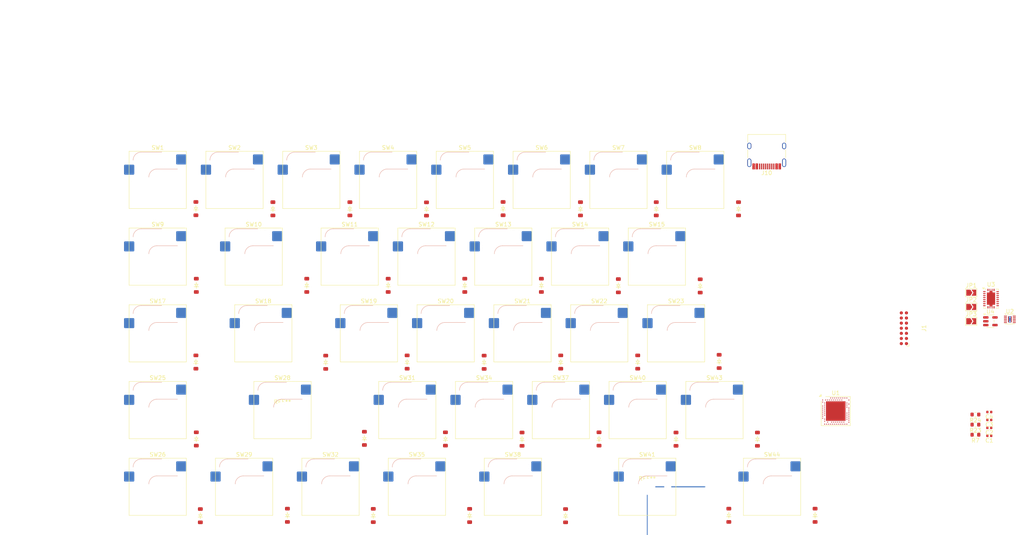
<source format=kicad_pcb>
(kicad_pcb (version 20241229) (generator "pcbnew") (generator_version "9.0")
  (layers (0 "F.Cu" signal) (2 "B.Cu" signal) (13 "F.Paste" user) (15 "B.Paste" user) (5 "F.SilkS" user "F.Silkscreen") (7 "B.SilkS" user "B.Silkscreen") (1 "F.Mask" user) (3 "B.Mask" user) (25 "Edge.Cuts" user))
  (net 0 "")
  (net 1 "GND1")
  (net 2 "Net-(U1-XL1{slash}P0.00)")
  (net 3 "Net-(U1-XL2{slash}P0.01)")
  (net 4 "Net-(U1-XC1)")
  (net 5 "Net-(U1-XC2)")
  (net 6 "Net-(D1-A)")
  (net 7 "R_ROW_0")
  (net 8 "Net-(D2-A)")
  (net 9 "Net-(D3-A)")
  (net 10 "Net-(D4-A)")
  (net 11 "Net-(D5-A)")
  (net 12 "Net-(D6-A)")
  (net 13 "Net-(D7-A)")
  (net 14 "Net-(D8-A)")
  (net 15 "Net-(D9-A)")
  (net 16 "R_ROW_1")
  (net 17 "Net-(D10-A)")
  (net 18 "Net-(D11-A)")
  (net 19 "Net-(D12-A)")
  (net 20 "Net-(D13-A)")
  (net 21 "Net-(D14-A)")
  (net 22 "Net-(D15-A)")
  (net 23 "R_ROW_2")
  (net 24 "Net-(D17-A)")
  (net 25 "Net-(D18-A)")
  (net 26 "Net-(D19-A)")
  (net 27 "Net-(D20-A)")
  (net 28 "Net-(D21-A)")
  (net 29 "Net-(D22-A)")
  (net 30 "Net-(D23-A)")
  (net 31 "Net-(D25-A)")
  (net 32 "R_ROW_3")
  (net 33 "R_ROW_4")
  (net 34 "Net-(D26-A)")
  (net 35 "R_ROW_5")
  (net 36 "Net-(D28-A)")
  (net 37 "Net-(D29-A)")
  (net 38 "Net-(D31-A)")
  (net 39 "Net-(D32-A)")
  (net 40 "Net-(D34-A)")
  (net 41 "Net-(D35-A)")
  (net 42 "Net-(D37-A)")
  (net 43 "Net-(D38-A)")
  (net 44 "Net-(D40-A)")
  (net 45 "Net-(D41-A)")
  (net 46 "Net-(D43-A)")
  (net 47 "Net-(D44-A)")
  (net 48 "GND")
  (net 49 "/COMPRT_TX")
  (net 52 "/COMPRT_RX")
  (net 54 "/PRG_CLK")
  (net 55 "/PRC_DIO")
  (net 58 "VDD1")
  (net 59 "/~{RESET}")
  (net 60 "VBUS")
  (net 62 "/D+")
  (net 63 "Net-(J10-CC2)")
  (net 64 "/D-")
  (net 65 "Net-(J10-CC1)")
  (net 67 "R_COL_0")
  (net 68 "R_COL_1")
  (net 69 "R_COL_2")
  (net 70 "R_COL_3")
  (net 71 "R_COL_4")
  (net 72 "R_COL_5")
  (net 73 "R_COL_6")
  (net 74 "R_COL_7")
  (net 75 "Net-(JP1-A)")
  (net 77 "Net-(JP1-B)")
  (net 79 "Net-(JP2-A)")
  (net 82 "+BATT")
  (net 90 "Net-(JP3-A)")
  (net 91 "Net-(U1-DCC)")
  (net 94 "Net-(U1-ANT)")
  (net 95 "Net-(U1-DEC4)")
  (net 97 "Net-(U1-DEC3)")
  (net 103 "Net-(U1-DEC5)")
  (net 108 "Net-(U1-DCCH)")
  (net 110 "Net-(U1-DEC1)")
  (net 112 "Net-(U1-DECUSB)")
  (net 113 "VSS_pa")
  (net 115 "Net-(U2-PRETERM)")
  (net 116 "Net-(D98-K)")
  (net 119 "/Power Management/BATT_NTC")
  (net 120 "Net-(D97-K)")
  (net 122 "Net-(U2-ISET)")
  (net 123 "Net-(U3-BOOT2)")
  (net 124 "Net-(U3-TERM)")
  (net 125 "Net-(U3-COMM2)")
  (net 127 "Net-(U3-CLAMP2)")
  (net 128 "Net-(U3-CLAMP1)")
  (net 131 "Net-(U3-~{AD-EN})")
  (net 132 "Net-(D99-K)")
  (net 133 "Net-(U3-BOOT1)")
  (net 134 "Net-(U3-AC1)")
  (net 135 "Net-(U3-ILIM)")
  (net 136 "Net-(U3-COMM1)")
  (net 137 "Net-(U3-TS{slash}CTRL)")
  (net 138 "Net-(U3-FOD)")
  (net 139 "Net-(U3-AC2)")
  (net 140 "Net-(U3-RECT)")
  (net 141 "Net-(U4-~{FLG})")
  (footprint "ScottoKeebs_Components:Diode_SOD-123" (layer "F.Cu") (at 123.445 121.475 90)
    (property "Reference" "D31" (hide yes))
    (property "Value" "D")
    (pad "1" smd roundrect (at -1.65 0 90) (size 0.9 1.2) (layers "F.Cu" "F.Mask" "F.Paste") (net 32 "R_ROW_3"))
    (pad "2" smd roundrect (at 1.65 0 90) (size 0.9 1.2) (layers "F.Cu" "F.Mask" "F.Paste") (net 38 "Net-(D31-A)"))
  )
  (footprint "ScottoKeebs_Components:Diode_SOD-123" (layer "F.Cu") (at 129.445 140.475 90)
    (property "Reference" "D35" (hide yes))
    (property "Value" "D")
    (pad "1" smd roundrect (at -1.65 0 90) (size 0.9 1.2) (layers "F.Cu" "F.Mask" "F.Paste") (net 33 "R_ROW_4"))
    (pad "2" smd roundrect (at 1.65 0 90) (size 0.9 1.2) (layers "F.Cu" "F.Mask" "F.Paste") (net 41 "Net-(D35-A)"))
  )
  (footprint "ScottoKeebs_Components:Diode_SOD-123" (layer "F.Cu") (at 142.445 121.525 90)
    (property "Reference" "D34" (hide yes))
    (property "Value" "D")
    (pad "1" smd roundrect (at -1.65 0 90) (size 0.9 1.2) (layers "F.Cu" "F.Mask" "F.Paste") (net 32 "R_ROW_3"))
    (pad "2" smd roundrect (at 1.65 0 90) (size 0.9 1.2) (layers "F.Cu" "F.Mask" "F.Paste") (net 40 "Net-(D34-A)"))
  )
  (footprint "Jumper:SolderJumper-2_P1.3mm_Open_TrianglePad1.0x1.5mm" (layer "F.Cu") (at 253.885 92.25)
    (property "Reference" "JP3" (at 0 -1.8 0) (layer "F.SilkS"))
    (property "Value" "Qi_CHG_ENA")
    (pad "1" smd custom (at -0.725 0) (size 0.3 0.3) (layers "F.Cu" "F.Mask") (net 90 "Net-(JP3-A)") (options (clearance outline) (anchor rect)) (primitives (gr_poly (pts (xy 1 0) (xy 0.5 0.75) (xy -0.5 0.75) (xy -0.5 -0.75) (xy 0.5 -0.75)) (width 0) (fill yes))))
    (pad "2" smd custom (at 0.725 0) (size 0.3 0.3) (layers "F.Cu" "F.Mask") (net 82 "+BATT") (options (clearance outline) (anchor rect)) (primitives (gr_poly (pts (xy 0.5 0.75) (xy -0.65 0.75) (xy -0.15 0) (xy -0.65 -0.75) (xy 0.5 -0.75)) (width 0) (fill yes))))
  )
  (footprint "ScottoKeebs_Hotswap:Hotswap_MX_1.00u" (layer "F.Cu") (at 156.845 76.2)
    (property "Reference" "SW14" (at 0 -8 0) (layer "F.SilkS"))
    (property "Value" "R")
    (pad "" np_thru_hole circle (at -5.08 0) (size 1.75 1.75) (drill 1.75) (layers "*.Cu" "*.Mask"))
    (pad "" np_thru_hole circle (at -3.81 -2.54) (size 3.05 3.05) (drill 3.05) (layers "*.Cu" "*.Mask"))
    (pad "" np_thru_hole circle (at 0 0) (size 4 4) (drill 4) (layers "*.Cu" "*.Mask"))
    (pad "" np_thru_hole circle (at 2.54 -5.08) (size 3.05 3.05) (drill 3.05) (layers "*.Cu" "*.Mask"))
    (pad "" np_thru_hole circle (at 5.08 0) (size 1.75 1.75) (drill 1.75) (layers "*.Cu" "*.Mask"))
    (pad "1" smd roundrect (at -7.085 -2.54) (size 2.55 2.5) (layers "B.Cu" "B.Mask" "B.Paste") (roundrect_rratio 0.1) (net 72 "R_COL_5"))
    (pad "2" smd roundrect (at 5.842 -5.08) (size 2.55 2.5) (layers "B.Cu" "B.Mask" "B.Paste") (roundrect_rratio 0.1) (net 21 "Net-(D14-A)"))
  )
  (footprint "ScottoKeebs_Hotswap:Hotswap_MX_1.00u" (layer "F.Cu") (at 109.22 57.15)
    (property "Reference" "SW4" (at 0 -8 0) (layer "F.SilkS"))
    (property "Value" "2")
    (pad "" np_thru_hole circle (at -5.08 0) (size 1.75 1.75) (drill 1.75) (layers "*.Cu" "*.Mask"))
    (pad "" np_thru_hole circle (at -3.81 -2.54) (size 3.05 3.05) (drill 3.05) (layers "*.Cu" "*.Mask"))
    (pad "" np_thru_hole circle (at 0 0) (size 4 4) (drill 4) (layers "*.Cu" "*.Mask"))
    (pad "" np_thru_hole circle (at 2.54 -5.08) (size 3.05 3.05) (drill 3.05) (layers "*.Cu" "*.Mask"))
    (pad "" np_thru_hole circle (at 5.08 0) (size 1.75 1.75) (drill 1.75) (layers "*.Cu" "*.Mask"))
    (pad "1" smd roundrect (at -7.085 -2.54) (size 2.55 2.5) (layers "B.Cu" "B.Mask" "B.Paste") (roundrect_rratio 0.1) (net 70 "R_COL_3"))
    (pad "2" smd roundrect (at 5.842 -5.08) (size 2.55 2.5) (layers "B.Cu" "B.Mask" "B.Paste") (roundrect_rratio 0.1) (net 10 "Net-(D4-A)"))
  )
  (footprint "ScottoKeebs_Components:Diode_SOD-123" (layer "F.Cu") (at 161.545 121.475 90)
    (property "Reference" "D37" (hide yes))
    (property "Value" "D")
    (pad "1" smd roundrect (at -1.65 0 90) (size 0.9 1.2) (layers "F.Cu" "F.Mask" "F.Paste") (net 32 "R_ROW_3"))
    (pad "2" smd roundrect (at 1.65 0 90) (size 0.9 1.2) (layers "F.Cu" "F.Mask" "F.Paste") (net 42 "Net-(D37-A)"))
  )
  (footprint "ScottoKeebs_Hotswap:Hotswap_MX_1.00u" (layer "F.Cu") (at 166.37 57.15)
    (property "Reference" "SW7" (at 0 -8 0) (layer "F.SilkS"))
    (property "Value" "5")
    (pad "" np_thru_hole circle (at -5.08 0) (size 1.75 1.75) (drill 1.75) (layers "*.Cu" "*.Mask"))
    (pad "" np_thru_hole circle (at -3.81 -2.54) (size 3.05 3.05) (drill 3.05) (layers "*.Cu" "*.Mask"))
    (pad "" np_thru_hole circle (at 0 0) (size 4 4) (drill 4) (layers "*.Cu" "*.Mask"))
    (pad "" np_thru_hole circle (at 2.54 -5.08) (size 3.05 3.05) (drill 3.05) (layers "*.Cu" "*.Mask"))
    (pad "" np_thru_hole circle (at 5.08 0) (size 1.75 1.75) (drill 1.75) (layers "*.Cu" "*.Mask"))
    (pad "1" smd roundrect (at -7.085 -2.54) (size 2.55 2.5) (layers "B.Cu" "B.Mask" "B.Paste") (roundrect_rratio 0.1) (net 73 "R_COL_6"))
    (pad "2" smd roundrect (at 5.842 -5.08) (size 2.55 2.5) (layers "B.Cu" "B.Mask" "B.Paste") (roundrect_rratio 0.1) (net 13 "Net-(D7-A)"))
  )
  (footprint "ScottoKeebs_Hotswap:Hotswap_MX_1.00u" (layer "F.Cu") (at 171.1325 114.3)
    (property "Reference" "SW40" (at 0 -8 0) (layer "F.SilkS"))
    (property "Value" "V")
    (pad "" np_thru_hole circle (at -5.08 0) (size 1.75 1.75) (drill 1.75) (layers "*.Cu" "*.Mask"))
    (pad "" np_thru_hole circle (at -3.81 -2.54) (size 3.05 3.05) (drill 3.05) (layers "*.Cu" "*.Mask"))
    (pad "" np_thru_hole circle (at 0 0) (size 4 4) (drill 4) (layers "*.Cu" "*.Mask"))
    (pad "" np_thru_hole circle (at 2.54 -5.08) (size 3.05 3.05) (drill 3.05) (layers "*.Cu" "*.Mask"))
    (pad "" np_thru_hole circle (at 5.08 0) (size 1.75 1.75) (drill 1.75) (layers "*.Cu" "*.Mask"))
    (pad "1" smd roundrect (at -7.085 -2.54) (size 2.55 2.5) (layers "B.Cu" "B.Mask" "B.Paste") (roundrect_rratio 0.1) (net 72 "R_COL_5"))
    (pad "2" smd roundrect (at 5.842 -5.08) (size 2.55 2.5) (layers "B.Cu" "B.Mask" "B.Paste") (roundrect_rratio 0.1) (net 44 "Net-(D40-A)"))
  )
  (footprint "ScottoKeebs_Components:Diode_SOD-123" (layer "F.Cu") (at 84.245 140.425 90)
    (property "Reference" "D29" (hide yes))
    (property "Value" "D")
    (pad "1" smd roundrect (at -1.65 0 90) (size 0.9 1.2) (layers "F.Cu" "F.Mask" "F.Paste") (net 33 "R_ROW_4"))
    (pad "2" smd roundrect (at 1.65 0 90) (size 0.9 1.2) (layers "F.Cu" "F.Mask" "F.Paste") (net 37 "Net-(D29-A)"))
  )
  (footprint "ScottoKeebs_Components:Diode_SOD-123" (layer "F.Cu") (at 99.745 64.325 90)
    (property "Reference" "D3" (hide yes))
    (property "Value" "1")
    (pad "1" smd roundrect (at -1.65 0 90) (size 0.9 1.2) (layers "F.Cu" "F.Mask" "F.Paste") (net 7 "R_ROW_0"))
    (pad "2" smd roundrect (at 1.65 0 90) (size 0.9 1.2) (layers "F.Cu" "F.Mask" "F.Paste") (net 9 "Net-(D3-A)"))
  )
  (footprint "ScottoKeebs_Hotswap:Hotswap_MX_1.00u" (layer "F.Cu") (at 161.6075 95.25)
    (property "Reference" "SW22" (at 0 -8 0) (layer "F.SilkS"))
    (property "Value" "F")
    (pad "" np_thru_hole circle (at -5.08 0) (size 1.75 1.75) (drill 1.75) (layers "*.Cu" "*.Mask"))
    (pad "" np_thru_hole circle (at -3.81 -2.54) (size 3.05 3.05) (drill 3.05) (layers "*.Cu" "*.Mask"))
    (pad "" np_thru_hole circle (at 0 0) (size 4 4) (drill 4) (layers "*.Cu" "*.Mask"))
    (pad "" np_thru_hole circle (at 2.54 -5.08) (size 3.05 3.05) (drill 3.05) (layers "*.Cu" "*.Mask"))
    (pad "" np_thru_hole circle (at 5.08 0) (size 1.75 1.75) (drill 1.75) (layers "*.Cu" "*.Mask"))
    (pad "1" smd roundrect (at -7.085 -2.54) (size 2.55 2.5) (layers "B.Cu" "B.Mask" "B.Paste") (roundrect_rratio 0.1) (net 72 "R_COL_5"))
    (pad "2" smd roundrect (at 5.842 -5.08) (size 2.55 2.5) (layers "B.Cu" "B.Mask" "B.Paste") (roundrect_rratio 0.1) (net 29 "Net-(D22-A)"))
  )
  (footprint "ScottoKeebs_Components:Diode_SOD-123" (layer "F.Cu") (at 156.945 64.325 90)
    (property "Reference" "D6" (hide yes))
    (property "Value" "4")
    (pad "1" smd roundrect (at -1.65 0 90) (size 0.9 1.2) (layers "F.Cu" "F.Mask" "F.Paste") (net 7 "R_ROW_0"))
    (pad "2" smd roundrect (at 1.65 0 90) (size 0.9 1.2) (layers "F.Cu" "F.Mask" "F.Paste") (net 12 "Net-(D6-A)"))
  )
  (footprint "ScottoKeebs_Components:Diode_SOD-123" (layer "F.Cu") (at 61.545 64.275 90)
    (property "Reference" "D1" (hide yes))
    (property "Value" "ESC")
    (pad "1" smd roundrect (at -1.65 0 90) (size 0.9 1.2) (layers "F.Cu" "F.Mask" "F.Paste") (net 7 "R_ROW_0"))
    (pad "2" smd roundrect (at 1.65 0 90) (size 0.9 1.2) (layers "F.Cu" "F.Mask" "F.Paste") (net 6 "Net-(D1-A)"))
  )
  (footprint "ScottoKeebs_Components:Diode_SOD-123" (layer "F.Cu") (at 166.345 83.425 90)
    (property "Reference" "D14" (hide yes))
    (property "Value" "D")
    (pad "1" smd roundrect (at -1.65 0 90) (size 0.9 1.2) (layers "F.Cu" "F.Mask" "F.Paste") (net 16 "R_ROW_1"))
    (pad "2" smd roundrect (at 1.65 0 90) (size 0.9 1.2) (layers "F.Cu" "F.Mask" "F.Paste") (net 21 "Net-(D14-A)"))
  )
  (footprint "ScottoKeebs_Hotswap:Hotswap_MX_2.25u" (layer "F.Cu") (at 173.51375 133.35)
    (property "Reference" "SW41" (at 0 -8 0) (layer "F.SilkS"))
    (property "Value" "SPACE")
    (pad "" np_thru_hole circle (at -5.08 0) (size 1.75 1.75) (drill 1.75) (layers "*.Cu" "*.Mask"))
    (pad "" np_thru_hole circle (at -3.81 -2.54) (size 3.05 3.05) (drill 3.05) (layers "*.Cu" "*.Mask"))
    (pad "" np_thru_hole circle (at 0 0) (size 4 4) (drill 4) (layers "*.Cu" "*.Mask"))
    (pad "" np_thru_hole circle (at 2.54 -5.08) (size 3.05 3.05) (drill 3.05) (layers "*.Cu" "*.Mask"))
    (pad "" np_thru_hole circle (at 5.08 0) (size 1.75 1.75) (drill 1.75) (layers "*.Cu" "*.Mask"))
    (pad "1" smd roundrect (at -7.085 -2.54) (size 2.55 2.5) (layers "B.Cu" "B.Mask" "B.Paste") (roundrect_rratio 0.1) (net 72 "R_COL_5"))
    (pad "2" smd roundrect (at 5.842 -5.08) (size 2.55 2.5) (layers "B.Cu" "B.Mask" "B.Paste") (roundrect_rratio 0.1) (net 45 "Net-(D41-A)"))
  )
  (footprint "ScottoKeebs_Components:Diode_SOD-123" (layer "F.Cu") (at 152.045 102.375 90)
    (property "Reference" "D21" (hide yes))
    (property "Value" "D")
    (pad "1" smd roundrect (at -1.65 0 90) (size 0.9 1.2) (layers "F.Cu" "F.Mask" "F.Paste") (net 23 "R_ROW_2"))
    (pad "2" smd roundrect (at 1.65 0 90) (size 0.9 1.2) (layers "F.Cu" "F.Mask" "F.Paste") (net 28 "Net-(D21-A)"))
  )
  (footprint "ScottoKeebs_Hotswap:Hotswap_MX_1.00u" (layer "F.Cu") (at 94.9325 133.35)
    (property "Reference" "SW32" (at 0 -8 0) (layer "F.SilkS"))
    (property "Value" "WIN")
    (pad "" np_thru_hole circle (at -5.08 0) (size 1.75 1.75) (drill 1.75) (layers "*.Cu" "*.Mask"))
    (pad "" np_thru_hole circle (at -3.81 -2.54) (size 3.05 3.05) (drill 3.05) (layers "*.Cu" "*.Mask"))
    (pad "" np_thru_hole circle (at 0 0) (size 4 4) (drill 4) (layers "*.Cu" "*.Mask"))
    (pad "" np_thru_hole circle (at 2.54 -5.08) (size 3.05 3.05) (drill 3.05) (layers "*.Cu" "*.Mask"))
    (pad "" np_thru_hole circle (at 5.08 0) (size 1.75 1.75) (drill 1.75) (layers "*.Cu" "*.Mask"))
    (pad "1" smd roundrect (at -7.085 -2.54) (size 2.55 2.5) (layers "B.Cu" "B.Mask" "B.Paste") (roundrect_rratio 0.1) (net 69 "R_COL_2"))
    (pad "2" smd roundrect (at 5.842 -5.08) (size 2.55 2.5) (layers "B.Cu" "B.Mask" "B.Paste") (roundrect_rratio 0.1) (net 39 "Net-(D32-A)"))
  )
  (footprint "Capacitor_SMD:C_0402_1005Metric" (layer "F.Cu") (at 258.36 120.695 180)
    (property "Reference" "C1" (at 0 -1.16 0) (layer "F.SilkS"))
    (property "Value" "12pF")
    (pad "1" smd roundrect (at -0.48 0 180) (size 0.56 0.62) (layers "F.Cu" "F.Mask" "F.Paste") (net 1 "GND1"))
    (pad "2" smd roundrect (at 0.48 0 180) (size 0.56 0.62) (layers "F.Cu" "F.Mask" "F.Paste") (net 2 "Net-(U1-XL1{slash}P0.00)"))
  )
  (footprint "Capacitor_SMD:C_0402_1005Metric" (layer "F.Cu") (at 258.36 118.725 180)
    (property "Reference" "C2" (at 0 -1.16 0) (layer "F.SilkS"))
    (property "Value" "12pF")
    (pad "1" smd roundrect (at -0.48 0 180) (size 0.56 0.62) (layers "F.Cu" "F.Mask" "F.Paste") (net 1 "GND1"))
    (pad "2" smd roundrect (at 0.48 0 180) (size 0.56 0.62) (layers "F.Cu" "F.Mask" "F.Paste") (net 3 "Net-(U1-XL2{slash}P0.01)"))
  )
  (footprint "ScottoKeebs_Components:Diode_SOD-123" (layer "F.Cu") (at 153.245 140.525 90)
    (property "Reference" "D38" (hide yes))
    (property "Value" "D")
    (pad "1" smd roundrect (at -1.65 0 90) (size 0.9 1.2) (layers "F.Cu" "F.Mask" "F.Paste") (net 33 "R_ROW_4"))
    (pad "2" smd roundrect (at 1.65 0 90) (size 0.9 1.2) (layers "F.Cu" "F.Mask" "F.Paste") (net 43 "Net-(D38-A)"))
  )
  (footprint "ScottoKeebs_Components:Diode_SOD-123" (layer "F.Cu") (at 171.145 102.375 90)
    (property "Reference" "D22" (hide yes))
    (property "Value" "D")
    (pad "1" smd roundrect (at -1.65 0 90) (size 0.9 1.2) (layers "F.Cu" "F.Mask" "F.Paste") (net 23 "R_ROW_2"))
    (pad "2" smd roundrect (at 1.65 0 90) (size 0.9 1.2) (layers "F.Cu" "F.Mask" "F.Paste") (net 29 "Net-(D22-A)"))
  )
  (footprint "Resistor_SMD:R_0603_1608Metric" (layer "F.Cu") (at 254.92 120.425 180)
    (property "Reference" "R7" (at 0 -1.43 0) (layer "F.SilkS"))
    (property "Value" "1.5k")
    (pad "1" smd roundrect (at -0.825 0 180) (size 0.8 0.95) (layers "F.Cu" "F.Mask" "F.Paste") (net 58 "VDD1"))
    (pad "2" smd roundrect (at 0.825 0 180) (size 0.8 0.95) (layers "F.Cu" "F.Mask" "F.Paste") (net 62 "/D+"))
  )
  (footprint "ScottoKeebs_Hotswap:Hotswap_MX_1.00u" (layer "F.Cu") (at 118.745 76.2)
    (property "Reference" "SW12" (at 0 -8 0) (layer "F.SilkS"))
    (property "Value" "W")
    (pad "" np_thru_hole circle (at -5.08 0) (size 1.75 1.75) (drill 1.75) (layers "*.Cu" "*.Mask"))
    (pad "" np_thru_hole circle (at -3.81 -2.54) (size 3.05 3.05) (drill 3.05) (layers "*.Cu" "*.Mask"))
    (pad "" np_thru_hole circle (at 0 0) (size 4 4) (drill 4) (layers "*.Cu" "*.Mask"))
    (pad "" np_thru_hole circle (at 2.54 -5.08) (size 3.05 3.05) (drill 3.05) (layers "*.Cu" "*.Mask"))
    (pad "" np_thru_hole circle (at 5.08 0) (size 1.75 1.75) (drill 1.75) (layers "*.Cu" "*.Mask"))
    (pad "1" smd roundrect (at -7.085 -2.54) (size 2.55 2.5) (layers "B.Cu" "B.Mask" "B.Paste") (roundrect_rratio 0.1) (net 70 "R_COL_3"))
    (pad "2" smd roundrect (at 5.842 -5.08) (size 2.55 2.5) (layers "B.Cu" "B.Mask" "B.Paste") (roundrect_rratio 0.1) (net 19 "Net-(D12-A)"))
  )
  (footprint "Resistor_SMD:R_0603_1608Metric" (layer "F.Cu") (at 254.92 117.915 180)
    (property "Reference" "R23" (at 0 -1.43 0) (layer "F.SilkS"))
    (property "Value" "5.1K")
    (pad "1" smd roundrect (at -0.825 0 180) (size 0.8 0.95) (layers "F.Cu" "F.Mask" "F.Paste") (net 48 "GND"))
    (pad "2" smd roundrect (at 0.825 0 180) (size 0.8 0.95) (layers "F.Cu" "F.Mask" "F.Paste") (net 65 "Net-(J10-CC1)"))
  )
  (footprint "ScottoKeebs_Hotswap:Hotswap_MX_1.00u" (layer "F.Cu") (at 152.0825 114.3)
    (property "Reference" "SW37" (at 0 -8 0) (layer "F.SilkS"))
    (property "Value" "C")
    (pad "" np_thru_hole circle (at -5.08 0) (size 1.75 1.75) (drill 1.75) (layers "*.Cu" "*.Mask"))
    (pad "" np_thru_hole circle (at -3.81 -2.54) (size 3.05 3.05) (drill 3.05) (layers "*.Cu" "*.Mask"))
    (pad "" np_thru_hole circle (at 0 0) (size 4 4) (drill 4) (layers "*.Cu" "*.Mask"))
    (pad "" np_thru_hole circle (at 2.54 -5.08) (size 3.05 3.05) (drill 3.05) (layers "*.Cu" "*.Mask"))
    (pad "" np_thru_hole circle (at 5.08 0) (size 1.75 1.75) (drill 1.75) (layers "*.Cu" "*.Mask"))
    (pad "1" smd roundrect (at -7.085 -2.54) (size 2.55 2.5) (layers "B.Cu" "B.Mask" "B.Paste") (roundrect_rratio 0.1) (net 71 "R_COL_4"))
    (pad "2" smd roundrect (at 5.842 -5.08) (size 2.55 2.5) (layers "B.Cu" "B.Mask" "B.Paste") (roundrect_rratio 0.1) (net 42 "Net-(D37-A)"))
  )
  (footprint "ScottoKeebs_Stabilizer:Stabilizer_MX_2.00u" (layer "F.Cu") (at 83.02625 114.3)
    (property "Reference" "REF**" (at 0 -2 0) (layer "F.SilkS"))
    (property "Value" "Stabilizer_MX_2.00u")
    (pad "" np_thru_hole circle (at -11.938 -6.985) (size 3.048 3.048) (drill 3.048) (layers "*.Cu" "*.Mask"))
    (pad "" np_thru_hole circle (at -11.938 8.225) (size 3.9878 3.9878) (drill 3.9878) (layers "*.Cu" "*.Mask"))
    (pad "" np_thru_hole circle (at 11.938 -6.985) (size 3.048 3.048) (drill 3.048) (layers "*.Cu" "*.Mask"))
    (pad "" np_thru_hole circle (at 11.938 8.225) (size 3.9878 3.9878) (drill 3.9878) (layers "*.Cu" "*.Mask"))
  )
  (footprint "ScottoKeebs_Components:Diode_SOD-123" (layer "F.Cu") (at 105.545 140.475 90)
    (property "Reference" "D32" (hide yes))
    (property "Value" "D")
    (pad "1" smd roundrect (at -1.65 0 90) (size 0.9 1.2) (layers "F.Cu" "F.Mask" "F.Paste") (net 33 "R_ROW_4"))
    (pad "2" smd roundrect (at 1.65 0 90) (size 0.9 1.2) (layers "F.Cu" "F.Mask" "F.Paste") (net 39 "Net-(D32-A)"))
  )
  (footprint "ScottoKeebs_Hotswap:Hotswap_MX_1.00u" (layer "F.Cu") (at 142.5575 95.25)
    (property "Reference" "SW21" (at 0 -8 0) (layer "F.SilkS"))
    (property "Value" "D")
    (pad "" np_thru_hole circle (at -5.08 0) (size 1.75 1.75) (drill 1.75) (layers "*.Cu" "*.Mask"))
    (pad "" np_thru_hole circle (at -3.81 -2.54) (size 3.05 3.05) (drill 3.05) (layers "*.Cu" "*.Mask"))
    (pad "" np_thru_hole circle (at 0 0) (size 4 4) (drill 4) (layers "*.Cu" "*.Mask"))
    (pad "" np_thru_hole circle (at 2.54 -5.08) (size 3.05 3.05) (drill 3.05) (layers "*.Cu" "*.Mask"))
    (pad "" np_thru_hole circle (at 5.08 0) (size 1.75 1.75) (drill 1.75) (layers "*.Cu" "*.Mask"))
    (pad "1" smd roundrect (at -7.085 -2.54) (size 2.55 2.5) (layers "B.Cu" "B.Mask" "B.Paste") (roundrect_rratio 0.1) (net 71 "R_COL_4"))
    (pad "2" smd roundrect (at 5.842 -5.08) (size 2.55 2.5) (layers "B.Cu" "B.Mask" "B.Paste") (roundrect_rratio 0.1) (net 28 "Net-(D21-A)"))
  )
  (footprint "ScottoKeebs_Components:Diode_SOD-123" (layer "F.Cu") (at 200.845 121.525 90)
    (property "Reference" "D43" (hide yes))
    (property "Value" "D")
    (pad "1" smd roundrect (at -1.65 0 90) (size 0.9 1.2) (layers "F.Cu" "F.Mask" "F.Paste") (net 32 "R_ROW_3"))
    (pad "2" smd roundrect (at 1.65 0 90) (size 0.9 1.2) (layers "F.Cu" "F.Mask" "F.Paste") (net 46 "Net-(D43-A)"))
  )
  (footprint "ScottoKeebs_Components:Diode_SOD-123" (layer "F.Cu") (at 118.745 64.375 90)
    (property "Reference" "D4" (hide yes))
    (property "Value" "2")
    (pad "1" smd roundrect (at -1.65 0 90) (size 0.9 1.2) (layers "F.Cu" "F.Mask" "F.Paste") (net 7 "R_ROW_0"))
    (pad "2" smd roundrect (at 1.65 0 90) (size 0.9 1.2) (layers "F.Cu" "F.Mask" "F.Paste") (net 10 "Net-(D4-A)"))
  )
  (footprint "ScottoKeebs_Stabilizer:Stabilizer_MX_2.00u" (layer "F.Cu") (at 173.51375 133.35)
    (property "Reference" "REF**" (at 0 -2 0) (layer "F.SilkS"))
    (property "Value" "Stabilizer_MX_2.00u")
    (pad "" np_thru_hole circle (at -11.938 -6.985) (size 3.048 3.048) (drill 3.048) (layers "*.Cu" "*.Mask"))
    (pad "" np_thru_hole circle (at -11.938 8.225) (size 3.9878 3.9878) (drill 3.9878) (layers "*.Cu" "*.Mask"))
    (pad "" np_thru_hole circle (at 11.938 -6.985) (size 3.048 3.048) (drill 3.048) (layers "*.Cu" "*.Mask"))
    (pad "" np_thru_hole circle (at 11.938 8.225) (size 3.9878 3.9878) (drill 3.9878) (layers "*.Cu" "*.Mask"))
  )
  (footprint "ScottoKeebs_Hotswap:Hotswap_MX_1.00u" (layer "F.Cu") (at 90.17 57.15)
    (property "Reference" "SW3" (at 0 -8 0) (layer "F.SilkS"))
    (property "Value" "1")
    (pad "" np_thru_hole circle (at -5.08 0) (size 1.75 1.75) (drill 1.75) (layers "*.Cu" "*.Mask"))
    (pad "" np_thru_hole circle (at -3.81 -2.54) (size 3.05 3.05) (drill 3.05) (layers "*.Cu" "*.Mask"))
    (pad "" np_thru_hole circle (at 0 0) (size 4 4) (drill 4) (layers "*.Cu" "*.Mask"))
    (pad "" np_thru_hole circle (at 2.54 -5.08) (size 3.05 3.05) (drill 3.05) (layers "*.Cu" "*.Mask"))
    (pad "" np_thru_hole circle (at 5.08 0) (size 1.75 1.75) (drill 1.75) (layers "*.Cu" "*.Mask"))
    (pad "1" smd roundrect (at -7.085 -2.54) (size 2.55 2.5) (layers "B.Cu" "B.Mask" "B.Paste") (roundrect_rratio 0.1) (net 69 "R_COL_2"))
    (pad "2" smd roundrect (at 5.842 -5.08) (size 2.55 2.5) (layers "B.Cu" "B.Mask" "B.Paste") (roundrect_rratio 0.1) (net 9 "Net-(D3-A)"))
  )
  (footprint "ScottoKeebs_Hotswap:Hotswap_MX_1.25u" (layer "F.Cu") (at 140.17625 133.35)
    (property "Reference" "SW38" (at 0 -8 0) (layer "F.SilkS"))
    (property "Value" "ALT")
    (pad "" np_thru_hole circle (at -5.08 0) (size 1.75 1.75) (drill 1.75) (layers "*.Cu" "*.Mask"))
    (pad "" np_thru_hole circle (at -3.81 -2.54) (size 3.05 3.05) (drill 3.05) (layers "*.Cu" "*.Mask"))
    (pad "" np_thru_hole circle (at 0 0) (size 4 4) (drill 4) (layers "*.Cu" "*.Mask"))
    (pad "" np_thru_hole circle (at 2.54 -5.08) (size 3.05 3.05) (drill 3.05) (layers "*.Cu" "*.Mask"))
    (pad "" np_thru_hole circle (at 5.08 0) (size 1.75 1.75) (drill 1.75) (layers "*.Cu" "*.Mask"))
    (pad "1" smd roundrect (at -7.085 -2.54) (size 2.55 2.5) (layers "B.Cu" "B.Mask" "B.Paste") (roundrect_rratio 0.1) (net 71 "R_COL_4"))
    (pad "2" smd roundrect (at 5.842 -5.08) (size 2.55 2.5) (layers "B.Cu" "B.Mask" "B.Paste") (roundrect_rratio 0.1) (net 43 "Net-(D38-A)"))
  )
  (footprint "ScottoKeebs_Hotswap:Hotswap_MX_1.00u" (layer "F.Cu") (at 128.27 57.15)
    (property "Reference" "SW5" (at 0 -8 0) (layer "F.SilkS"))
    (property "Value" "3")
    (pad "" np_thru_hole circle (at -5.08 0) (size 1.75 1.75) (drill 1.75) (layers "*.Cu" "*.Mask"))
    (pad "" np_thru_hole circle (at -3.81 -2.54) (size 3.05 3.05) (drill 3.05) (layers "*.Cu" "*.Mask"))
    (pad "" np_thru_hole circle (at 0 0) (size 4 4) (drill 4) (layers "*.Cu" "*.Mask"))
    (pad "" np_thru_hole circle (at 2.54 -5.08) (size 3.05 3.05) (drill 3.05) (layers "*.Cu" "*.Mask"))
    (pad "" np_thru_hole circle (at 5.08 0) (size 1.75 1.75) (drill 1.75) (layers "*.Cu" "*.Mask"))
    (pad "1" smd roundrect (at -7.085 -2.54) (size 2.55 2.5) (layers "B.Cu" "B.Mask" "B.Paste") (roundrect_rratio 0.1) (net 71 "R_COL_4"))
    (pad "2" smd roundrect (at 5.842 -5.08) (size 2.55 2.5) (layers "B.Cu" "B.Mask" "B.Paste") (roundrect_rratio 0.1) (net 11 "Net-(D5-A)"))
  )
  (footprint "ScottoKeebs_Hotswap:Hotswap_MX_1.00u" (layer "F.Cu") (at 52.07 95.25)
    (property "Reference" "SW17" (at 0 -8 0) (layer "F.SilkS"))
    (property "Value" "M1")
    (pad "" np_thru_hole circle (at -5.08 0) (size 1.75 1.75) (drill 1.75) (layers "*.Cu" "*.Mask"))
    (pad "" np_thru_hole circle (at -3.81 -2.54) (size 3.05 3.05) (drill 3.05) (layers "*.Cu" "*.Mask"))
    (pad "" np_thru_hole circle (at 0 0) (size 4 4) (drill 4) (layers "*.Cu" "*.Mask"))
    (pad "" np_thru_hole circle (at 2.54 -5.08) (size 3.05 3.05) (drill 3.05) (layers "*.Cu" "*.Mask"))
    (pad "" np_thru_hole circle (at 5.08 0) (size 1.75 1.75) (drill 1.75) (layers "*.Cu" "*.Mask"))
    (pad "1" smd roundrect (at -7.085 -2.54) (size 2.55 2.5) (layers "B.Cu" "B.Mask" "B.Paste") (roundrect_rratio 0.1) (net 67 "R_COL_0"))
    (pad "2" smd roundrect (at 5.842 -5.08) (size 2.55 2.5) (layers "B.Cu" "B.Mask" "B.Paste") (roundrect_rratio 0.1) (net 24 "Net-(D17-A)"))
  )
  (footprint "ScottoKeebs_Hotswap:Hotswap_MX_1.00u" (layer "F.Cu") (at 175.895 76.2)
    (property "Reference" "SW15" (at 0 -8 0) (layer "F.SilkS"))
    (property "Value" "T")
    (pad "" np_thru_hole circle (at -5.08 0) (size 1.75 1.75) (drill 1.75) (layers "*.Cu" "*.Mask"))
    (pad "" np_thru_hole circle (at -3.81 -2.54) (size 3.05 3.05) (drill 3.05) (layers "*.Cu" "*.Mask"))
    (pad "" np_thru_hole circle (at 0 0) (size 4 4) (drill 4) (layers "*.Cu" "*.Mask"))
    (pad "" np_thru_hole circle (at 2.54 -5.08) (size 3.05 3.05) (drill 3.05) (layers "*.Cu" "*.Mask"))
    (pad "" np_thru_hole circle (at 5.08 0) (size 1.75 1.75) (drill 1.75) (layers "*.Cu" "*.Mask"))
    (pad "1" smd roundrect (at -7.085 -2.54) (size 2.55 2.5) (layers "B.Cu" "B.Mask" "B.Paste") (roundrect_rratio 0.1) (net 73 "R_COL_6"))
    (pad "2" smd roundrect (at 5.842 -5.08) (size 2.55 2.5) (layers "B.Cu" "B.Mask" "B.Paste") (roundrect_rratio 0.1) (net 22 "Net-(D15-A)"))
  )
  (footprint "ScottoKeebs_Components:Diode_SOD-123" (layer "F.Cu") (at 61.645 121.475 90)
    (property "Reference" "D25" (hide yes))
    (property "Value" "D")
    (pad "1" smd roundrect (at -1.65 0 90) (size 0.9 1.2) (layers "F.Cu" "F.Mask" "F.Paste") (net 32 "R_ROW_3"))
    (pad "2" smd roundrect (at 1.65 0 90) (size 0.9 1.2) (layers "F.Cu" "F.Mask" "F.Paste") (net 31 "Net-(D25-A)"))
  )
  (footprint "Package_DFN_QFN:Texas_DLH0010A_WSON-10-1EP_2.2x2mm_P0.4mm_EP0.9x1.5mm_ThermalVias" (layer "F.Cu") (at 263.465 91.765)
    (property "Reference" "U2" (at 0 -1.95 0) (layer "F.SilkS"))
    (property "Value" "BQ24040")
    (pad "1" smd roundrect (at -1.1 -0.8) (size 0.75 0.2) (layers "F.Cu" "F.Mask" "F.Paste") (net 77 "Net-(JP1-B)"))
    (pad "2" smd roundrect (at -1.1 -0.4) (size 0.75 0.2) (layers "F.Cu" "F.Mask" "F.Paste") (net 122 "Net-(U2-ISET)"))
    (pad "3" smd roundrect (at -1.1 0) (size 0.75 0.2) (layers "F.Cu" "F.Mask" "F.Paste") (net 1 "GND1"))
    (pad "4" smd roundrect (at -1.1 0.4) (size 0.75 0.2) (layers "F.Cu" "F.Mask" "F.Paste") (net 115 "Net-(U2-PRETERM)"))
    (pad "5" smd roundrect (at -1.1 0.8) (size 0.75 0.2) (layers "F.Cu" "F.Mask" "F.Paste") (net 116 "Net-(D98-K)"))
    (pad "6" smd roundrect (at 1.1 0.8) (size 0.75 0.2) (layers "F.Cu" "F.Mask" "F.Paste"))
    (pad "7" smd roundrect (at 1.1 0.4) (size 0.75 0.2) (layers "F.Cu" "F.Mask" "F.Paste") (net 1 "GND1"))
    (pad "8" smd roundrect (at 1.1 0) (size 0.75 0.2) (layers "F.Cu" "F.Mask" "F.Paste") (net 120 "Net-(D97-K)"))
    (pad "9" smd roundrect (at 1.1 -0.4) (size 0.75 0.2) (layers "F.Cu" "F.Mask" "F.Paste") (net 119 "/Power Management/BATT_NTC"))
    (pad "10" smd roundrect (at 1.1 -0.8) (size 0.75 0.2) (layers "F.Cu" "F.Mask" "F.Paste") (net 79 "Net-(JP2-A)"))
    (pad "11" thru_hole circle (at 0 -0.5) (size 0.5 0.5) (drill 0.2) (property pad_prop_heatsink) (layers "*.Cu"))
    (pad "11" smd rect (at 0 0) (size 0.5 1.5) (property pad_prop_heatsink) (layers "B.Cu"))
    (pad "11" smd rect (at 0 0) (size 0.9 1.5) (property pad_prop_heatsink) (layers "F.Cu" "F.Mask"))
    (pad "11" thru_hole circle (at 0 0.5) (size 0.5 0.5) (drill 0.2) (property pad_prop_heatsink) (layers "*.Cu"))
  )
  (footprint "Package_DFN_QFN:Texas_VQFN-RHL-20" (layer "F.Cu") (at 258.785 86.625)
    (property "Reference" "U3" (at 0 -3.5 0) (layer "F.SilkS"))
    (property "Value" "BQ51050BRHL")
    (pad "1" smd roundrect (at -0.75 -2.15) (size 0.24 0.6) (layers "F.Cu" "F.Mask" "F.Paste") (roundrect_rratio 0.21) (net 1 "GND1"))
    (pad "2" smd roundrect (at -1.65 -1.75) (size 0.6 0.24) (layers "F.Cu" "F.Mask" "F.Paste") (roundrect_rratio 0.21) (net 134 "Net-(U3-AC1)"))
    (pad "3" smd roundrect (at -1.65 -1.25) (size 0.6 0.24) (layers "F.Cu" "F.Mask" "F.Paste") (roundrect_rratio 0.21) (net 133 "Net-(U3-BOOT1)"))
    (pad "4" smd roundrect (at -1.65 -0.75) (size 0.6 0.24) (layers "F.Cu" "F.Mask" "F.Paste") (roundrect_rratio 0.21) (net 90 "Net-(JP3-A)"))
    (pad "5" smd roundrect (at -1.65 -0.25) (size 0.6 0.24) (layers "F.Cu" "F.Mask" "F.Paste") (roundrect_rratio 0.21) (net 128 "Net-(U3-CLAMP1)"))
    (pad "6" smd roundrect (at -1.65 0.25) (size 0.6 0.24) (layers "F.Cu" "F.Mask" "F.Paste") (roundrect_rratio 0.21) (net 136 "Net-(U3-COMM1)"))
    (pad "7" smd roundrect (at -1.65 0.75) (size 0.6 0.24) (layers "F.Cu" "F.Mask" "F.Paste") (roundrect_rratio 0.21) (net 132 "Net-(D99-K)"))
    (pad "8" smd roundrect (at -1.65 1.25) (size 0.6 0.24) (layers "F.Cu" "F.Mask" "F.Paste") (roundrect_rratio 0.21) (net 131 "Net-(U3-~{AD-EN})"))
    (pad "9" smd roundrect (at -1.65 1.75) (size 0.6 0.24) (layers "F.Cu" "F.Mask" "F.Paste") (roundrect_rratio 0.21) (net 60 "VBUS"))
    (pad "10" smd roundrect (at -0.75 2.15) (size 0.24 0.6) (layers "F.Cu" "F.Mask" "F.Paste") (roundrect_rratio 0.21) (net 124 "Net-(U3-TERM)"))
    (pad "11" smd roundrect (at 0.75 2.15) (size 0.24 0.6) (layers "F.Cu" "F.Mask" "F.Paste") (roundrect_rratio 0.21) (net 1 "GND1"))
    (pad "12" smd roundrect (at 1.65 1.75) (size 0.6 0.24) (layers "F.Cu" "F.Mask" "F.Paste") (roundrect_rratio 0.21) (net 135 "Net-(U3-ILIM)"))
    (pad "13" smd roundrect (at 1.65 1.25) (size 0.6 0.24) (layers "F.Cu" "F.Mask" "F.Paste") (roundrect_rratio 0.21) (net 137 "Net-(U3-TS{slash}CTRL)"))
    (pad "14" smd roundrect (at 1.65 0.75) (size 0.6 0.24) (layers "F.Cu" "F.Mask" "F.Paste") (roundrect_rratio 0.21) (net 138 "Net-(U3-FOD)"))
    (pad "15" smd roundrect (at 1.65 0.25) (size 0.6 0.24) (layers "F.Cu" "F.Mask" "F.Paste") (roundrect_rratio 0.21) (net 125 "Net-(U3-COMM2)"))
    (pad "16" smd roundrect (at 1.65 -0.25) (size 0.6 0.24) (layers "F.Cu" "F.Mask" "F.Paste") (roundrect_rratio 0.21) (net 127 "Net-(U3-CLAMP2)"))
    (pad "17" smd roundrect (at 1.65 -0.75) (size 0.6 0.24) (layers "F.Cu" "F.Mask" "F.Paste") (roundrect_rratio 0.21) (net 123 "Net-(U3-BOOT2)"))
    (pad "18" smd roundrect (at 1.65 -1.25) (size 0.6 0.24) (layers "F.Cu" "F.Mask" "F.Paste") (roundrect_rratio 0.21) (net 140 "Net-(U3-RECT)"))
    (pad "19" smd roundrect (at 1.65 -1.75) (size 0.6 0.24) (layers "F.Cu" "F.Mask" "F.Paste") (roundrect_rratio 0.21) (net 139 "Net-(U3-AC2)"))
    (pad "20" smd roundrect (at 0.75 -2.15) (size 0.24 0.6) (layers "F.Cu" "F.Mask" "F.Paste") (roundrect_rratio 0.21) (net 1 "GND1"))
    (pad "21" smd roundrect (at -0.275 -2.15) (size 0.2 0.6) (layers "F.Cu" "F.Mask" "F.Paste") (net 1 "GND1"))
    (pad "21" smd roundrect (at -0.275 2.15) (size 0.2 0.6) (layers "F.Cu" "F.Mask" "F.Paste") (net 1 "GND1"))
    (pad "21" smd custom (at 0 0) (size 1.524 1.524) (layers "F.Cu" "F.Mask") (net 1 "GND1") (options (clearance outline) (anchor rect)) (primitives (gr_poly (pts (xy 0.375 -1.525) (xy 1.025 -1.525) (xy 1.025 1.525) (xy 0.375 1.525) (xy 0.375 1.925) (xy -0.375 1.925) (xy -0.375 1.525) (xy -1.025 1.525) (xy -1.025 -1.525) (xy -0.375 -1.525) (xy -0.375 -1.925) (xy 0.375 -1.925)) (width 0) (fill yes))))
    (pad "21" smd roundrect (at 0.275 -2.15) (size 0.2 0.6) (layers "F.Cu" "F.Mask" "F.Paste") (net 1 "GND1"))
    (pad "21" smd roundrect (at 0.275 2.15) (size 0.2 0.6) (layers "F.Cu" "F.Mask" "F.Paste") (net 1 "GND1"))
  )
  (footprint "ScottoKeebs_Components:Diode_SOD-123" (layer "F.Cu") (at 133.045 102.425 90)
    (property "Reference" "D20" (hide yes))
    (property "Value" "D")
    (pad "1" smd roundrect (at -1.65 0 90) (size 0.9 1.2) (layers "F.Cu" "F.Mask" "F.Paste") (net 23 "R_ROW_2"))
    (pad "2" smd roundrect (at 1.65 0 90) (size 0.9 1.2) (layers "F.Cu" "F.Mask" "F.Paste") (net 27 "Net-(D20-A)"))
  )
  (footprint "ScottoKeebs_Hotswap:Hotswap_MX_1.00u" (layer "F.Cu") (at 185.42 57.15)
    (property "Reference" "SW8" (at 0 -8 0) (layer "F.SilkS"))
    (property "Value" "6")
    (pad "" np_thru_hole circle (at -5.08 0) (size 1.75 1.75) (drill 1.75) (layers "*.Cu" "*.Mask"))
    (pad "" np_thru_hole circle (at -3.81 -2.54) (size 3.05 3.05) (drill 3.05) (layers "*.Cu" "*.Mask"))
    (pad "" np_thru_hole circle (at 0 0) (size 4 4) (drill 4) (layers "*.Cu" "*.Mask"))
    (pad "" np_thru_hole circle (at 2.54 -5.08) (size 3.05 3.05) (drill 3.05) (layers "*.Cu" "*.Mask"))
    (pad "" np_thru_hole circle (at 5.08 0) (size 1.75 1.75) (drill 1.75) (layers "*.Cu" "*.Mask"))
    (pad "1" smd roundrect (at -7.085 -2.54) (size 2.55 2.5) (layers "B.Cu" "B.Mask" "B.Paste") (roundrect_rratio 0.1) (net 74 "R_COL_7"))
    (pad "2" smd roundrect (at 5.842 -5.08) (size 2.55 2.5) (layers "B.Cu" "B.Mask" "B.Paste") (roundrect_rratio 0.1) (net 14 "Net-(D8-A)"))
  )
  (footprint "ScottoKeebs_Hotswap:Hotswap_MX_1.00u" (layer "F.Cu") (at 133.0325 114.3)
    (property "Reference" "SW34" (at 0 -8 0) (layer "F.SilkS"))
    (property "Value" "X")
    (pad "" np_thru_hole circle (at -5.08 0) (size 1.75 1.75) (drill 1.75) (layers "*.Cu" "*.Mask"))
    (pad "" np_thru_hole circle (at -3.81 -2.54) (size 3.05 3.05) (drill 3.05) (layers "*.Cu" "*.Mask"))
    (pad "" np_thru_hole circle (at 0 0) (size 4 4) (drill 4) (layers "*.Cu" "*.Mask"))
    (pad "" np_thru_hole circle (at 2.54 -5.08) (size 3.05 3.05) (drill 3.05) (layers "*.Cu" "*.Mask"))
    (pad "" np_thru_hole circle (at 5.08 0) (size 1.75 1.75) (drill 1.75) (layers "*.Cu" "*.Mask"))
    (pad "1" smd roundrect (at -7.085 -2.54) (size 2.55 2.5) (layers "B.Cu" "B.Mask" "B.Paste") (roundrect_rratio 0.1) (net 70 "R_COL_3"))
    (pad "2" smd roundrect (at 5.842 -5.08) (size 2.55 2.5) (layers "B.Cu" "B.Mask" "B.Paste") (roundrect_rratio 0.1) (net 40 "Net-(D34-A)"))
  )
  (footprint "ScottoKeebs_Hotswap:Hotswap_MX_1.00u" (layer "F.Cu") (at 104.4575 95.25)
    (property "Reference" "SW19" (at 0 -8 0) (layer "F.SilkS"))
    (property "Value" "A")
    (pad "" np_thru_hole circle (at -5.08 0) (size 1.75 1.75) (drill 1.75) (layers "*.Cu" "*.Mask"))
    (pad "" np_thru_hole circle (at -3.81 -2.54) (size 3.05 3.05) (drill 3.05) (layers "*.Cu" "*.Mask"))
    (pad "" np_thru_hole circle (at 0 0) (size 4 4) (drill 4) (layers "*.Cu" "*.Mask"))
    (pad "" np_thru_hole circle (at 2.54 -5.08) (size 3.05 3.05) (drill 3.05) (layers "*.Cu" "*.Mask"))
    (pad "" np_thru_hole circle (at 5.08 0) (size 1.75 1.75) (drill 1.75) (layers "*.Cu" "*.Mask"))
    (pad "1" smd roundrect (at -7.085 -2.54) (size 2.55 2.5) (layers "B.Cu" "B.Mask" "B.Paste") (roundrect_rratio 0.1) (net 69 "R_COL_2"))
    (pad "2" smd roundrect (at 5.842 -5.08) (size 2.55 2.5) (layers "B.Cu" "B.Mask" "B.Paste") (roundrect_rratio 0.1) (net 26 "Net-(D19-A)"))
  )
  (footprint "ScottoKeebs_Hotswap:Hotswap_MX_1.75u" (layer "F.Cu") (at 78.26375 95.25)
    (property "Reference" "SW18" (at 0 -8 0) (layer "F.SilkS"))
    (property "Value" "CAPS")
    (pad "" np_thru_hole circle (at -5.08 0) (size 1.75 1.75) (drill 1.75) (layers "*.Cu" "*.Mask"))
    (pad "" np_thru_hole circle (at -3.81 -2.54) (size 3.05 3.05) (drill 3.05) (layers "*.Cu" "*.Mask"))
    (pad "" np_thru_hole circle (at 0 0) (size 4 4) (drill 4) (layers "*.Cu" "*.Mask"))
    (pad "" np_thru_hole circle (at 2.54 -5.08) (size 3.05 3.05) (drill 3.05) (layers "*.Cu" "*.Mask"))
    (pad "" np_thru_hole circle (at 5.08 0) (size 1.75 1.75) (drill 1.75) (layers "*.Cu" "*.Mask"))
    (pad "1" smd roundrect (at -7.085 -2.54) (size 2.55 2.5) (layers "B.Cu" "B.Mask" "B.Paste") (roundrect_rratio 0.1) (net 68 "R_COL_1"))
    (pad "2" smd roundrect (at 5.842 -5.08) (size 2.55 2.5) (layers "B.Cu" "B.Mask" "B.Paste") (roundrect_rratio 0.1) (net 25 "Net-(D18-A)"))
  )
  (footprint "ScottoKeebs_Components:Diode_SOD-123" (layer "F.Cu") (at 103.345 121.325 90)
    (property "Reference" "D28" (hide yes))
    (property "Value" "D")
    (pad "1" smd roundrect (at -1.65 0 90) (size 0.9 1.2) (layers "F.Cu" "F.Mask" "F.Paste") (net 32 "R_ROW_3"))
    (pad "2" smd roundrect (at 1.65 0 90) (size 0.9 1.2) (layers "F.Cu" "F.Mask" "F.Paste") (net 36 "Net-(D28-A)"))
  )
  (footprint "ScottoKeebs_Hotswap:Hotswap_MX_1.00u" (layer "F.Cu") (at 52.07 133.35)
    (property "Reference" "SW26" (at 0 -8 0) (layer "F.SilkS"))
    (property "Value" "M3")
    (pad "" np_thru_hole circle (at -5.08 0) (size 1.75 1.75) (drill 1.75) (layers "*.Cu" "*.Mask"))
    (pad "" np_thru_hole circle (at -3.81 -2.54) (size 3.05 3.05) (drill 3.05) (layers "*.Cu" "*.Mask"))
    (pad "" np_thru_hole circle (at 0 0) (size 4 4) (drill 4) (layers "*.Cu" "*.Mask"))
    (pad "" np_thru_hole circle (at 2.54 -5.08) (size 3.05 3.05) (drill 3.05) (layers "*.Cu" "*.Mask"))
    (pad "" np_thru_hole circle (at 5.08 0) (size 1.75 1.75) (drill 1.75) (layers "*.Cu" "*.Mask"))
    (pad "1" smd roundrect (at -7.085 -2.54) (size 2.55 2.5) (layers "B.Cu" "B.Mask" "B.Paste") (roundrect_rratio 0.1) (net 67 "R_COL_0"))
    (pad "2" smd roundrect (at 5.842 -5.08) (size 2.55 2.5) (layers "B.Cu" "B.Mask" "B.Paste") (roundrect_rratio 0.1) (net 34 "Net-(D26-A)"))
  )
  (footprint "ScottoKeebs_Hotswap:Hotswap_MX_1.00u" (layer "F.Cu") (at 71.12 57.15)
    (property "Reference" "SW2" (at 0 -8 0) (layer "F.SilkS"))
    (property "Value" "`")
    (pad "" np_thru_hole circle (at -5.08 0) (size 1.75 1.75) (drill 1.75) (layers "*.Cu" "*.Mask"))
    (pad "" np_thru_hole circle (at -3.81 -2.54) (size 3.05 3.05) (drill 3.05) (layers "*.Cu" "*.Mask"))
    (pad "" np_thru_hole circle (at 0 0) (size 4 4) (drill 4) (layers "*.Cu" "*.Mask"))
    (pad "" np_thru_hole circle (at 2.54 -5.08) (size 3.05 3.05) (drill 3.05) (layers "*.Cu" "*.Mask"))
    (pad "" np_thru_hole circle (at 5.08 0) (size 1.75 1.75) (drill 1.75) (layers "*.Cu" "*.Mask"))
    (pad "1" smd roundrect (at -7.085 -2.54) (size 2.55 2.5) (layers "B.Cu" "B.Mask" "B.Paste") (roundrect_rratio 0.1) (net 68 "R_COL_1"))
    (pad "2" smd roundrect (at 5.842 -5.08) (size 2.55 2.5) (layers "B.Cu" "B.Mask" "B.Paste") (roundrect_rratio 0.1) (net 8 "Net-(D2-A)"))
  )
  (footprint "Resistor_SMD:R_0603_1608Metric" (layer "F.Cu") (at 254.92 115.405 180)
    (property "Reference" "R24" (at 0 -1.43 0) (layer "F.SilkS"))
    (property "Value" "5.1K")
    (pad "1" smd roundrect (at -0.825 0 180) (size 0.8 0.95) (layers "F.Cu" "F.Mask" "F.Paste") (net 48 "GND"))
    (pad "2" smd roundrect (at 0.825 0 180) (size 0.8 0.95) (layers "F.Cu" "F.Mask" "F.Paste") (net 63 "Net-(J10-CC2)"))
  )
  (footprint "ScottoKeebs_Hotswap:Hotswap_MX_1.00u" (layer "F.Cu") (at 147.32 57.15)
    (property "Reference" "SW6" (at 0 -8 0) (layer "F.SilkS"))
    (property "Value" "4")
    (pad "" np_thru_hole circle (at -5.08 0) (size 1.75 1.75) (drill 1.75) (layers "*.Cu" "*.Mask"))
    (pad "" np_thru_hole circle (at -3.81 -2.54) (size 3.05 3.05) (drill 3.05) (layers "*.Cu" "*.Mask"))
    (pad "" np_thru_hole circle (at 0 0) (size 4 4) (drill 4) (layers "*.Cu" "*.Mask"))
    (pad "" np_thru_hole circle (at 2.54 -5.08) (size 3.05 3.05) (drill 3.05) (layers "*.Cu" "*.Mask"))
    (pad "" np_thru_hole circle (at 5.08 0) (size 1.75 1.75) (drill 1.75) (layers "*.Cu" "*.Mask"))
    (pad "1" smd roundrect (at -7.085 -2.54) (size 2.55 2.5) (layers "B.Cu" "B.Mask" "B.Paste") (roundrect_rratio 0.1) (net 72 "R_COL_5"))
    (pad "2" smd roundrect (at 5.842 -5.08) (size 2.55 2.5) (layers "B.Cu" "B.Mask" "B.Paste") (roundrect_rratio 0.1) (net 12 "Net-(D6-A)"))
  )
  (footprint "ScottoKeebs_Components:Diode_SOD-123" (layer "F.Cu") (at 147.245 83.325 90)
    (property "Reference" "D13" (hide yes))
    (property "Value" "D")
    (pad "1" smd roundrect (at -1.65 0 90) (size 0.9 1.2) (layers "F.Cu" "F.Mask" "F.Paste") (net 16 "R_ROW_1"))
    (pad "2" smd roundrect (at 1.65 0 90) (size 0.9 1.2) (layers "F.Cu" "F.Mask" "F.Paste") (net 20 "Net-(D13-A)"))
  )
  (footprint "ScottoKeebs_Components:Diode_SOD-123" (layer "F.Cu") (at 186.645 83.475 90)
    (property "Reference" "D15" (hide yes))
    (property "Value" "D")
    (pad "1" smd roundrect (at -1.65 0 90) (size 0.9 1.2) (layers "F.Cu" "F.Mask" "F.Paste") (net 16 "R_ROW_1"))
    (pad "2" smd roundrect (at 1.65 0 90) (size 0.9 1.2) (layers "F.Cu" "F.Mask" "F.Paste") (net 22 "Net-(D15-A)"))
  )
  (footprint "ScottoKeebs_Components:Diode_SOD-123" (layer "F.Cu") (at 193.745 140.425 90)
    (property "Reference" "D41" (hide yes))
    (property "Value" "D")
    (pad "1" smd roundrect (at -1.65 0 90) (size 0.9 1.2) (layers "F.Cu" "F.Mask" "F.Paste") (net 33 "R_ROW_4"))
    (pad "2" smd roundrect (at 1.65 0 90) (size 0.9 1.2) (layers "F.Cu" "F.Mask" "F.Paste") (net 45 "Net-(D41-A)"))
  )
  (footprint "ScottoKeebs_Components:Diode_SOD-123" (layer "F.Cu") (at 113.945 102.375 90)
    (property "Reference" "D19" (hide yes))
    (property "Value" "D")
    (pad "1" smd roundrect (at -1.65 0 90) (size 0.9 1.2) (layers "F.Cu" "F.Mask" "F.Paste") (net 23 "R_ROW_2"))
    (pad "2" smd roundrect (at 1.65 0 90) (size 0.9 1.2) (layers "F.Cu" "F.Mask" "F.Paste") (net 26 "Net-(D19-A)"))
  )
  (footprint "ScottoKeebs_Components:Diode_SOD-123" (layer "F.Cu") (at 137.745 64.275 90)
    (property "Reference" "D5" (hide yes))
    (property "Value" "3")
    (pad "1" smd roundrect (at -1.65 0 90) (size 0.9 1.2) (layers "F.Cu" "F.Mask" "F.Paste") (net 7 "R_ROW_0"))
    (pad "2" smd roundrect (at 1.65 0 90) (size 0.9 1.2) (layers "F.Cu" "F.Mask" "F.Paste") (net 11 "Net-(D5-A)"))
  )
  (footprint "Jumper:SolderJumper-2_P1.3mm_Open_TrianglePad1.0x1.5mm" (layer "F.Cu") (at 253.885 85.15)
    (property "Reference" "JP1" (at 0 -1.8 0) (layer "F.SilkS"))
    (property "Value" "USB_CHG_ENA1")
    (pad "1" smd custom (at -0.725 0) (size 0.3 0.3) (layers "F.Cu" "F.Mask") (net 75 "Net-(JP1-A)") (options (clearance outline) (anchor rect)) (primitives (gr_poly (pts (xy 1 0) (xy 0.5 0.75) (xy -0.5 0.75) (xy -0.5 -0.75) (xy 0.5 -0.75)) (width 0) (fill yes))))
    (pad "2" smd custom (at 0.725 0) (size 0.3 0.3) (layers "F.Cu" "F.Mask") (net 77 "Net-(JP1-B)") (options (clearance outline) (anchor rect)) (primitives (gr_poly (pts (xy 0.5 0.75) (xy -0.65 0.75) (xy -0.15 0) (xy -0.65 -0.75) (xy 0.5 -0.75)) (width 0) (fill yes))))
  )
  (footprint "ScottoKeebs_Hotswap:Hotswap_MX_1.25u" (layer "F.Cu") (at 73.50125 133.35)
    (property "Reference" "SW29" (at 0 -8 0) (layer "F.SilkS"))
    (property "Value" "CTRL")
    (pad "" np_thru_hole circle (at -5.08 0) (size 1.75 1.75) (drill 1.75) (layers "*.Cu" "*.Mask"))
    (pad "" np_thru_hole circle (at -3.81 -2.54) (size 3.05 3.05) (drill 3.05) (layers "*.Cu" "*.Mask"))
    (pad "" np_thru_hole circle (at 0 0) (size 4 4) (drill 4) (layers "*.Cu" "*.Mask"))
    (pad "" np_thru_hole circle (at 2.54 -5.08) (size 3.05 3.05) (drill 3.05) (layers "*.Cu" "*.Mask"))
    (pad "" np_thru_hole circle (at 5.08 0) (size 1.75 1.75) (drill 1.75) (layers "*.Cu" "*.Mask"))
    (pad "1" smd roundrect (at -7.085 -2.54) (size 2.55 2.5) (layers "B.Cu" "B.Mask" "B.Paste") (roundrect_rratio 0.1) (net 68 "R_COL_1"))
    (pad "2" smd roundrect (at 5.842 -5.08) (size 2.55 2.5) (layers "B.Cu" "B.Mask" "B.Paste") (roundrect_rratio 0.1) (net 37 "Net-(D29-A)"))
  )
  (footprint "ScottoKeebs_Hotswap:Hotswap_MX_1.00u" (layer "F.Cu") (at 123.5075 95.25)
    (property "Reference" "SW20" (at 0 -8 0) (layer "F.SilkS"))
    (property "Value" "S")
    (pad "" np_thru_hole circle (at -5.08 0) (size 1.75 1.75) (drill 1.75) (layers "*.Cu" "*.Mask"))
    (pad "" np_thru_hole circle (at -3.81 -2.54) (size 3.05 3.05) (drill 3.05) (layers "*.Cu" "*.Mask"))
    (pad "" np_thru_hole circle (at 0 0) (size 4 4) (drill 4) (layers "*.Cu" "*.Mask"))
    (pad "" np_thru_hole circle (at 2.54 -5.08) (size 3.05 3.05) (drill 3.05) (layers "*.Cu" "*.Mask"))
    (pad "" np_thru_hole circle (at 5.08 0) (size 1.75 1.75) (drill 1.75) (layers "*.Cu" "*.Mask"))
    (pad "1" smd roundrect (at -7.085 -2.54) (size 2.55 2.5) (layers "B.Cu" "B.Mask" "B.Paste") (roundrect_rratio 0.1) (net 70 "R_COL_3"))
    (pad "2" smd roundrect (at 5.842 -5.08) (size 2.55 2.5) (layers "B.Cu" "B.Mask" "B.Paste") (roundrect_rratio 0.1) (net 27 "Net-(D20-A)"))
  )
  (footprint "ScottoKeebs_Components:Diode_SOD-123" (layer "F.Cu") (at 191.345 102.225 90)
    (property "Reference" "D23" (hide yes))
    (property "Value" "D")
    (pad "1" smd roundrect (at -1.65 0 90) (size 0.9 1.2) (layers "F.Cu" "F.Mask" "F.Paste") (net 23 "R_ROW_2"))
    (pad "2" smd roundrect (at 1.65 0 90) (size 0.9 1.2) (layers "F.Cu" "F.Mask" "F.Paste") (net 30 "Net-(D23-A)"))
  )
  (footprint "ScottoKeebs_Hotswap:Hotswap_MX_1.00u" (layer "F.Cu") (at 52.07 57.15)
    (property "Reference" "SW1" (at 0 -8 0) (layer "F.SilkS"))
    (property "Value" "ESC")
    (pad "" np_thru_hole circle (at -5.08 0) (size 1.75 1.75) (drill 1.75) (layers "*.Cu" "*.Mask"))
    (pad "" np_thru_hole circle (at -3.81 -2.54) (size 3.05 3.05) (drill 3.05) (layers "*.Cu" "*.Mask"))
    (pad "" np_thru_hole circle (at 0 0) (size 4 4) (drill 4) (layers "*.Cu" "*.Mask"))
    (pad "" np_thru_hole circle (at 2.54 -5.08) (size 3.05 3.05) (drill 3.05) (layers "*.Cu" "*.Mask"))
    (pad "" np_thru_hole circle (at 5.08 0) (size 1.75 1.75) (drill 1.75) (layers "*.Cu" "*.Mask"))
    (pad "1" smd roundrect (at -7.085 -2.54) (size 2.55 2.5) (layers "B.Cu" "B.Mask" "B.Paste") (roundrect_rratio 0.1) (net 67 "R_COL_0"))
    (pad "2" smd roundrect (at 5.842 -5.08) (size 2.55 2.5) (layers "B.Cu" "B.Mask" "B.Paste") (roundrect_rratio 0.1) (net 6 "Net-(D1-A)"))
  )
  (footprint "ScottoKeebs_Components:Diode_SOD-123" (layer "F.Cu") (at 93.745 102.425 90)
    (property "Reference" "D18" (hide yes))
    (property "Value" "D")
    (pad "1" smd roundrect (at -1.65 0 90) (size 0.9 1.2) (layers "F.Cu" "F.Mask" "F.Paste") (net 23 "R_ROW_2"))
    (pad "2" smd roundrect (at 1.65 0 90) (size 0.9 1.2) (layers "F.Cu" "F.Mask" "F.Paste") (net 25 "Net-(D18-A)"))
  )
  (footprint "ScottoKeebs_Hotswap:Hotswap_MX_2.25u" (layer "F.Cu") (at 83.02625 114.3)
    (property "Reference" "SW28" (at 0 -8 0) (layer "F.SilkS"))
    (property "Value" "SHIFT")
    (pad "" np_thru_hole circle (at -5.08 0) (size 1.75 1.75) (drill 1.75) (layers "*.Cu" "*.Mask"))
    (pad "" np_thru_hole circle (at -3.81 -2.54) (size 3.05 3.05) (drill 3.05) (layers "*.Cu" "*.Mask"))
    (pad "" np_thru_hole circle (at 0 0) (size 4 4) (drill 4) (layers "*.Cu" "*.Mask"))
    (pad "" np_thru_hole circle (at 2.54 -5.08) (size 3.05 3.05) (drill 3.05) (layers "*.Cu" "*.Mask"))
    (pad "" np_thru_hole circle (at 5.08 0) (size 1.75 1.75) (drill 1.75) (layers "*.Cu" "*.Mask"))
    (pad "1" smd roundrect (at -7.085 -2.54) (size 2.55 2.5) (layers "B.Cu" "B.Mask" "B.Paste") (roundrect_rratio 0.1) (net 68 "R_COL_1"))
    (pad "2" smd roundrect (at 5.842 -5.08) (size 2.55 2.5) (layers "B.Cu" "B.Mask" "B.Paste") (roundrect_rratio 0.1) (net 36 "Net-(D28-A)"))
  )
  (footprint "ScottoKeebs_Components:Diode_SOD-123" (layer "F.Cu") (at 109.245 83.325 90)
    (property "Reference" "D11" (hide yes))
    (property "Value" "D")
    (pad "1" smd roundrect (at -1.65 0 90) (size 0.9 1.2) (layers "F.Cu" "F.Mask" "F.Paste") (net 16 "R_ROW_1"))
    (pad "2" smd roundrect (at 1.65 0 90) (size 0.9 1.2) (layers "F.Cu" "F.Mask" "F.Paste") (net 18 "Net-(D11-A)"))
  )
  (footprint "ScottoKeebs_Hotswap:Hotswap_MX_1.00u" (layer "F.Cu") (at 99.695 76.2)
    (property "Reference" "SW11" (at 0 -8 0) (layer "F.SilkS"))
    (property "Value" "Q")
    (pad "" np_thru_hole circle (at -5.08 0) (size 1.75 1.75) (drill 1.75) (layers "*.Cu" "*.Mask"))
    (pad "" np_thru_hole circle (at -3.81 -2.54) (size 3.05 3.05) (drill 3.05) (layers "*.Cu" "*.Mask"))
    (pad "" np_thru_hole circle (at 0 0) (size 4 4) (drill 4) (layers "*.Cu" "*.Mask"))
    (pad "" np_thru_hole circle (at 2.54 -5.08) (size 3.05 3.05) (drill 3.05) (layers "*.Cu" "*.Mask"))
    (pad "" np_thru_hole circle (at 5.08 0) (size 1.75 1.75) (drill 1.75) (layers "*.Cu" "*.Mask"))
    (pad "1" smd roundrect (at -7.085 -2.54) (size 2.55 2.5) (layers "B.Cu" "B.Mask" "B.Paste") (roundrect_rratio 0.1) (net 69 "R_COL_2"))
    (pad "2" smd roundrect (at 5.842 -5.08) (size 2.55 2.5) (layers "B.Cu" "B.Mask" "B.Paste") (roundrect_rratio 0.1) (net 18 "Net-(D11-A)"))
  )
  (footprint "Jumper:SolderJumper-2_P1.3mm_Open_TrianglePad1.0x1.5mm" (layer "F.Cu") (at 253.885 88.7)
    (property "Reference" "JP2" (at 0 -1.8 0) (layer "F.SilkS"))
    (property "Value" "USB_CHG_ENA2")
    (pad "1" smd custom (at -0.725 0) (size 0.3 0.3) (layers "F.Cu" "F.Mask") (net 79 "Net-(JP2-A)") (options (clearance outline) (anchor rect)) (primitives (gr_poly (pts (xy 1 0) (xy 0.5 0.75) (xy -0.5 0.75) (xy -0.5 -0.75) (xy 0.5 -0.75)) (width 0) (fill yes))))
    (pad "2" smd custom (at 0.725 0) (size 0.3 0.3) (layers "F.Cu" "F.Mask") (net 82 "+BATT") (options (clearance outline) (anchor rect)) (primitives (gr_poly (pts (xy 0.5 0.75) (xy -0.65 0.75) (xy -0.15 0) (xy -0.65 -0.75) (xy 0.5 -0.75)) (width 0) (fill yes))))
  )
  (footprint "ScottoKeebs_Components:Diode_SOD-123" (layer "F.Cu") (at 180.645 121.525 90)
    (property "Reference" "D40" (hide yes))
    (property "Value" "D")
    (pad "1" smd roundrect (at -1.65 0 90) (size 0.9 1.2) (layers "F.Cu" "F.Mask" "F.Paste") (net 32 "R_ROW_3"))
    (pad "2" smd roundrect (at 1.65 0 90) (size 0.9 1.2) (layers "F.Cu" "F.Mask" "F.Paste") (net 44 "Net-(D40-A)"))
  )
  (footprint "ScottoKeebs_Components:Diode_SOD-123" (layer "F.Cu") (at 196.145 64.325 90)
    (property "Reference" "D8" (hide yes))
    (property "Value" "6")
    (pad "1" smd roundrect (at -1.65 0 90) (size 0.9 1.2) (layers "F.Cu" "F.Mask" "F.Paste") (net 7 "R_ROW_0"))
    (pad "2" smd roundrect (at 1.65 0 90) (size 0.9 1.2) (layers "F.Cu" "F.Mask" "F.Paste") (net 14 "Net-(D8-A)"))
  )
  (footprint "ScottoKeebs_Hotswap:Hotswap_MX_1.00u" (layer "F.Cu") (at 113.9825 114.3)
    (property "Reference" "SW31" (at 0 -8 0) (layer "F.SilkS"))
    (property "Value" "Z")
    (pad "" np_thru_hole circle (at -5.08 0) (size 1.75 1.75) (drill 1.75) (layers "*.Cu" "*.Mask"))
    (pad "" np_thru_hole circle (at -3.81 -2.54) (size 3.05 3.05) (drill 3.05) (layers "*.Cu" "*.Mask"))
    (pad "" np_thru_hole circle (at 0 0) (size 4 4) (drill 4) (layers "*.Cu" "*.Mask"))
    (pad "" np_thru_hole circle (at 2.54 -5.08) (size 3.05 3.05) (drill 3.05) (layers "*.Cu" "*.Mask"))
    (pad "" np_thru_hole circle (at 5.08 0) (size 1.75 1.75) (drill 1.75) (layers "*.Cu" "*.Mask"))
    (pad "1" smd roundrect (at -7.085 -2.54) (size 2.55 2.5) (layers "B.Cu" "B.Mask" "B.Paste") (roundrect_rratio 0.1) (net 69 "R_COL_2"))
    (pad "2" smd roundrect (at 5.842 -5.08) (size 2.55 2.5) (layers "B.Cu" "B.Mask" "B.Paste") (roundrect_rratio 0.1) (net 38 "Net-(D31-A)"))
  )
  (footprint "ScottoKeebs_Hotswap:Hotswap_MX_1.50u" (layer "F.Cu") (at 75.8825 76.2)
    (property "Reference" "SW10" (at 0 -8 0) (layer "F.SilkS"))
    (property "Value" "TAB")
    (pad "" np_thru_hole circle (at -5.08 0) (size 1.75 1.75) (drill 1.75) (layers "*.Cu" "*.Mask"))
    (pad "" np_thru_hole circle (at -3.81 -2.54) (size 3.05 3.05) (drill 3.05) (layers "*.Cu" "*.Mask"))
    (pad "" np_thru_hole circle (at 0 0) (size 4 4) (drill 4) (layers "*.Cu" "*.Mask"))
    (pad "" np_thru_hole circle (at 2.54 -5.08) (size 3.05 3.05) (drill 3.05) (layers "*.Cu" "*.Mask"))
    (pad "" np_thru_hole circle (at 5.08 0) (size 1.75 1.75) (drill 1.75) (layers "*.Cu" "*.Mask"))
    (pad "1" smd roundrect (at -7.085 -2.54) (size 2.55 2.5) (layers "B.Cu" "B.Mask" "B.Paste") (roundrect_rratio 0.1) (net 68 "R_COL_1"))
    (pad "2" smd roundrect (at 5.842 -5.08) (size 2.55 2.5) (layers "B.Cu" "B.Mask" "B.Paste") (roundrect_rratio 0.1) (net 17 "Net-(D10-A)"))
  )
  (footprint "Capacitor_SMD:C_0402_1005Metric" (layer "F.Cu") (at 258.36 116.755 180)
    (property "Reference" "C3" (at 0 -1.16 0) (layer "F.SilkS"))
    (property "Value" "12pF")
    (pad "1" smd roundrect (at -0.48 0 180) (size 0.56 0.62) (layers "F.Cu" "F.Mask" "F.Paste") (net 1 "GND1"))
    (pad "2" smd roundrect (at 0.48 0 180) (size 0.56 0.62) (layers "F.Cu" "F.Mask" "F.Paste") (net 4 "Net-(U1-XC1)"))
  )
  (footprint "ScottoKeebs_Components:Diode_SOD-123" (layer "F.Cu") (at 62.645 140.525 90)
    (property "Reference" "D26" (hide yes))
    (property "Value" "D")
    (pad "1" smd roundrect (at -1.65 0 90) (size 0.9 1.2) (layers "F.Cu" "F.Mask" "F.Paste") (net 33 "R_ROW_4"))
    (pad "2" smd roundrect (at 1.65 0 90) (size 0.9 1.2) (layers "F.Cu" "F.Mask" "F.Paste") (net 34 "Net-(D26-A)"))
  )
  (footprint "Capacitor_SMD:C_0402_1005Metric" (layer "F.Cu") (at 258.36 114.785 180)
    (property "Reference" "C4" (at 0 -1.16 0) (layer "F.SilkS"))
    (property "Value" "12pF")
    (pad "1" smd roundrect (at -0.48 0 180) (size 0.56 0.62) (layers "F.Cu" "F.Mask" "F.Paste") (net 1 "GND1"))
    (pad "2" smd roundrect (at 0.48 0 180) (size 0.56 0.62) (layers "F.Cu" "F.Mask" "F.Paste") (net 5 "Net-(U1-XC2)"))
  )
  (footprint "ScottoKeebs_Components:Diode_SOD-123" (layer "F.Cu") (at 80.645 64.325 90)
    (property "Reference" "D2" (hide yes))
    (property "Value" "~/`")
    (pad "1" smd roundrect (at -1.65 0 90) (size 0.9 1.2) (layers "F.Cu" "F.Mask" "F.Paste") (net 7 "R_ROW_0"))
    (pad "2" smd roundrect (at 1.65 0 90) (size 0.9 1.2) (layers "F.Cu" "F.Mask" "F.Paste") (net 8 "Net-(D2-A)"))
  )
  (footprint "Package_TO_SOT_SMD:SOT-23-5" (layer "F.Cu") (at 258.635 92.245)
    (property "Reference" "U4" (at 0 -2.4 0) (layer "F.SilkS"))
    (property "Value" "AP22814BW5")
    (pad "1" smd roundrect (at -1.1375 -0.95) (size 1.325 0.6) (layers "F.Cu" "F.Mask" "F.Paste") (net 75 "Net-(JP1-A)"))
    (pad "2" smd roundrect (at -1.1375 0) (size 1.325 0.6) (layers "F.Cu" "F.Mask" "F.Paste") (net 1 "GND1"))
    (pad "3" smd roundrect (at -1.1375 0.95) (size 1.325 0.6) (layers "F.Cu" "F.Mask" "F.Paste") (net 141 "Net-(U4-~{FLG})"))
    (pad "4" smd roundrect (at 1.1375 0.95) (size 1.325 0.6) (layers "F.Cu" "F.Mask" "F.Paste") (net 131 "Net-(U3-~{AD-EN})"))
    (pad "5" smd roundrect (at 1.1375 -0.95) (size 1.325 0.6) (layers "F.Cu" "F.Mask" "F.Paste") (net 60 "VBUS"))
  )
  (footprint "ScottoKeebs_Hotswap:Hotswap_MX_1.25u" (layer "F.Cu") (at 116.36375 133.35)
    (property "Reference" "SW35" (at 0 -8 0) (layer "F.SilkS"))
    (property "Value" "FN")
    (pad "" np_thru_hole circle (at -5.08 0) (size 1.75 1.75) (drill 1.75) (layers "*.Cu" "*.Mask"))
    (pad "" np_thru_hole circle (at -3.81 -2.54) (size 3.05 3.05) (drill 3.05) (layers "*.Cu" "*.Mask"))
    (pad "" np_thru_hole circle (at 0 0) (size 4 4) (drill 4) (layers "*.Cu" "*.Mask"))
    (pad "" np_thru_hole circle (at 2.54 -5.08) (size 3.05 3.05) (drill 3.05) (layers "*.Cu" "*.Mask"))
    (pad "" np_thru_hole circle (at 5.08 0) (size 1.75 1.75) (drill 1.75) (layers "*.Cu" "*.Mask"))
    (pad "1" smd roundrect (at -7.085 -2.54) (size 2.55 2.5) (layers "B.Cu" "B.Mask" "B.Paste") (roundrect_rratio 0.1) (net 70 "R_COL_3"))
    (pad "2" smd roundrect (at 5.842 -5.08) (size 2.55 2.5) (layers "B.Cu" "B.Mask" "B.Paste") (roundrect_rratio 0.1) (net 41 "Net-(D35-A)"))
  )
  (footprint "Connector:Tag-Connect_TC2070-IDC-FP_2x07_P1.27mm_Vertical" (layer "F.Cu") (at 237.1725 93.98 90)
    (property "Reference" "J1" (at 0 5 90) (layer "F.SilkS"))
    (property "Value" "Conn_ST_STDC14")
    (pad "" np_thru_hole circle (at -5.08 -2.54 90) (size 2.3749 2.3749) (drill 2.3749) (layers "*.Cu" "*.Mask"))
    (pad "" np_thru_hole circle (at -5.08 0 90) (size 0.9906 0.9906) (drill 0.9906) (layers "*.Cu" "*.Mask"))
    (pad "" np_thru_hole circle (at -5.08 2.54 90) (size 2.3749 2.3749) (drill 2.3749) (layers "*.Cu" "*.Mask"))
    (pad "" np_thru_hole circle (at 3.175 -2.54 90) (size 2.3749 2.3749) (drill 2.3749) (layers "*.Cu" "*.Mask"))
    (pad "" np_thru_hole circle (at 3.175 2.54 90) (size 2.3749 2.3749) (drill 2.3749) (layers "*.Cu" "*.Mask"))
    (pad "" np_thru_hole circle (at 5.08 -1.016 90) (size 0.9906 0.9906) (drill 0.9906) (layers "*.Cu" "*.Mask"))
    (pad "" np_thru_hole circle (at 5.08 1.016 90) (size 0.9906 0.9906) (drill 0.9906) (layers "*.Cu" "*.Mask"))
    (pad "1" connect circle (at -3.81 0.635 90) (size 0.7874 0.7874) (layers "F.Cu" "F.Mask"))
    (pad "2" connect circle (at -2.54 0.635 90) (size 0.7874 0.7874) (layers "F.Cu" "F.Mask"))
    (pad "3" connect circle (at -1.27 0.635 90) (size 0.7874 0.7874) (layers "F.Cu" "F.Mask") (net 58 "VDD1"))
    (pad "4" connect circle (at 0 0.635 90) (size 0.7874 0.7874) (layers "F.Cu" "F.Mask") (net 55 "/PRC_DIO"))
    (pad "5" connect circle (at 1.27 0.635 90) (size 0.7874 0.7874) (layers "F.Cu" "F.Mask") (net 1 "GND1"))
    (pad "6" connect circle (at 2.54 0.635 90) (size 0.7874 0.7874) (layers "F.Cu" "F.Mask") (net 54 "/PRG_CLK"))
    (pad "7" connect circle (at 3.81 0.635 90) (size 0.7874 0.7874) (layers "F.Cu" "F.Mask") (net 1 "GND1"))
    (pad "8" connect circle (at 3.81 -0.635 90) (size 0.7874 0.7874) (layers "F.Cu" "F.Mask"))
    (pad "9" connect circle (at 2.54 -0.635 90) (size 0.7874 0.7874) (layers "F.Cu" "F.Mask"))
    (pad "10" connect circle (at 1.27 -0.635 90) (size 0.7874 0.7874) (layers "F.Cu" "F.Mask"))
    (pad "11" connect circle (at 0 -0.635 90) (size 0.7874 0.7874) (layers "F.Cu" "F.Mask") (net 1 "GND1"))
    (pad "12" connect circle (at -1.27 -0.635 90) (size 0.7874 0.7874) (layers "F.Cu" "F.Mask") (net 59 "/~{RESET}"))
    (pad "13" connect circle (at -2.54 -0.635 90) (size 0.7874 0.7874) (layers "F.Cu" "F.Mask") (net 52 "/COMPRT_RX"))
    (pad "14" connect circle (at -3.81 -0.635 90) (size 0.7874 0.7874) (layers "F.Cu" "F.Mask") (net 49 "/COMPRT_TX"))
  )
  (footprint "ScottoKeebs_Hotswap:Hotswap_MX_1.00u" (layer "F.Cu") (at 52.07 76.2)
    (property "Reference" "SW9" (at 0 -8 0) (layer "F.SilkS"))
    (property "Value" "M0")
    (pad "" np_thru_hole circle (at -5.08 0) (size 1.75 1.75) (drill 1.75) (layers "*.Cu" "*.Mask"))
    (pad "" np_thru_hole circle (at -3.81 -2.54) (size 3.05 3.05) (drill 3.05) (layers "*.Cu" "*.Mask"))
    (pad "" np_thru_hole circle (at 0 0) (size 4 4) (drill 4) (layers "*.Cu" "*.Mask"))
    (pad "" np_thru_hole circle (at 2.54 -5.08) (size 3.05 3.05) (drill 3.05) (layers "*.Cu" "*.Mask"))
    (pad "" np_thru_hole circle (at 5.08 0) (size 1.75 1.75) (drill 1.75) (layers "*.Cu" "*.Mask"))
    (pad "1" smd roundrect (at -7.085 -2.54) (size 2.55 2.5) (layers "B.Cu" "B.Mask" "B.Paste") (roundrect_rratio 0.1) (net 67 "R_COL_0"))
    (pad "2" smd roundrect (at 5.842 -5.08) (size 2.55 2.5) (layers "B.Cu" "B.Mask" "B.Paste") (roundrect_rratio 0.1) (net 15 "Net-(D9-A)"))
  )
  (footprint "ScottoKeebs_Components:Diode_SOD-123" (layer "F.Cu") (at 128.245 83.325 90)
    (property "Reference" "D12" (hide yes))
    (property "Value" "D")
    (pad "1" smd roundrect (at -1.65 0 90) (size 0.9 1.2) (layers "F.Cu" "F.Mask" "F.Paste") (net 16 "R_ROW_1"))
    (pad "2" smd roundrect (at 1.65 0 90) (size 0.9 1.2) (layers "F.Cu" "F.Mask" "F.Paste") (net 19 "Net-(D12-A)"))
  )
  (footprint "Package_DFN_QFN:Nordic_AQFN-73-1EP_7x7mm_P0.5mm" (layer "F.Cu") (at 220.27 114.55)
    (property "Reference" "U1" (at 0 -4.5 0) (layer "F.SilkS"))
    (property "Value" "nRF52840")
    (pad "A8" smd circle (at -1.25 -3.25 180) (size 0.25 0.25) (property pad_prop_bga) (layers "F.Cu" "F.Mask" "F.Paste"))
    (pad "A10" smd circle (at -0.75 -3.25 180) (size 0.25 0.25) (property pad_prop_bga) (layers "F.Cu" "F.Mask" "F.Paste"))
    (pad "A12" smd circle (at -0.25 -3.25 180) (size 0.25 0.25) (property pad_prop_bga) (layers "F.Cu" "F.Mask" "F.Paste"))
    (pad "A14" smd circle (at 0.25 -3.25 180) (size 0.25 0.25) (property pad_prop_bga) (layers "F.Cu" "F.Mask" "F.Paste") (net 49 "/COMPRT_TX"))
    (pad "A16" smd circle (at 0.75 -3.25 180) (size 0.25 0.25) (property pad_prop_bga) (layers "F.Cu" "F.Mask" "F.Paste"))
    (pad "A18" smd circle (at 1.25 -3.25 180) (size 0.25 0.25) (property pad_prop_bga) (layers "F.Cu" "F.Mask" "F.Paste"))
    (pad "A20" smd circle (at 1.75 -3.25 180) (size 0.25 0.25) (property pad_prop_bga) (layers "F.Cu" "F.Mask" "F.Paste"))
    (pad "A22" smd circle (at 2.25 -3.25 180) (size 0.25 0.25) (property pad_prop_bga) (layers "F.Cu" "F.Mask" "F.Paste") (net 58 "VDD1"))
    (pad "A23" smd circle (at 2.75 -3.25 180) (size 0.25 0.25) (property pad_prop_bga) (layers "F.Cu" "F.Mask" "F.Paste") (net 5 "Net-(U1-XC2)"))
    (pad "AA24" smd circle (at 3.25 2.25 180) (size 0.25 0.25) (property pad_prop_bga) (layers "F.Cu" "F.Mask" "F.Paste") (net 54 "/PRG_CLK"))
    (pad "AB2" smd circle (at -2.75 2.5 180) (size 0.25 0.25) (property pad_prop_bga) (layers "F.Cu" "F.Mask" "F.Paste") (net 108 "Net-(U1-DCCH)"))
    (pad "AC5" smd circle (at -2 2.75 180) (size 0.25 0.25) (property pad_prop_bga) (layers "F.Cu" "F.Mask" "F.Paste") (net 112 "Net-(U1-DECUSB)"))
    (pad "AC9" smd circle (at -1 2.75 180) (size 0.25 0.25) (property pad_prop_bga) (layers "F.Cu" "F.Mask" "F.Paste"))
    (pad "AC11" smd circle (at -0.5 2.75 180) (size 0.25 0.25) (property pad_prop_bga) (layers "F.Cu" "F.Mask" "F.Paste"))
    (pad "AC13" smd circle (at 0 2.75 180) (size 0.25 0.25) (property pad_prop_bga) (layers "F.Cu" "F.Mask" "F.Paste") (net 59 "/~{RESET}"))
    (pad "AC15" smd circle (at 0.5 2.75 180) (size 0.25 0.25) (property pad_prop_bga) (layers "F.Cu" "F.Mask" "F.Paste"))
    (pad "AC17" smd circle (at 1 2.75 180) (size 0.25 0.25) (property pad_prop_bga) (layers "F.Cu" "F.Mask" "F.Paste") (net 73 "R_COL_6"))
    (pad "AC19" smd circle (at 1.5 2.75 180) (size 0.25 0.25) (property pad_prop_bga) (layers "F.Cu" "F.Mask" "F.Paste") (net 71 "R_COL_4"))
    (pad "AC21" smd circle (at 2 2.75 180) (size 0.25 0.25) (property pad_prop_bga) (layers "F.Cu" "F.Mask" "F.Paste") (net 69 "R_COL_2"))
    (pad "AC24" smd circle (at 3.25 2.75 180) (size 0.25 0.25) (property pad_prop_bga) (layers "F.Cu" "F.Mask" "F.Paste") (net 55 "/PRC_DIO"))
    (pad "AD2" smd circle (at -2.75 3.25 180) (size 0.25 0.25) (property pad_prop_bga) (layers "F.Cu" "F.Mask" "F.Paste") (net 60 "VBUS"))
    (pad "AD4" smd circle (at -2.25 3.25 180) (size 0.25 0.25) (property pad_prop_bga) (layers "F.Cu" "F.Mask" "F.Paste") (net 64 "/D-"))
    (pad "AD6" smd circle (at -1.75 3.25 180) (size 0.25 0.25) (property pad_prop_bga) (layers "F.Cu" "F.Mask" "F.Paste") (net 62 "/D+"))
    (pad "AD8" smd circle (at -1.25 3.25 180) (size 0.25 0.25) (property pad_prop_bga) (layers "F.Cu" "F.Mask" "F.Paste"))
    (pad "AD10" smd circle (at -0.75 3.25 180) (size 0.25 0.25) (property pad_prop_bga) (layers "F.Cu" "F.Mask" "F.Paste"))
    (pad "AD12" smd circle (at -0.25 3.25 180) (size 0.25 0.25) (property pad_prop_bga) (layers "F.Cu" "F.Mask" "F.Paste"))
    (pad "AD14" smd circle (at 0.25 3.25 180) (size 0.25 0.25) (property pad_prop_bga) (layers "F.Cu" "F.Mask" "F.Paste") (net 58 "VDD1"))
    (pad "AD16" smd circle (at 0.75 3.25 180) (size 0.25 0.25) (property pad_prop_bga) (layers "F.Cu" "F.Mask" "F.Paste"))
    (pad "AD18" smd circle (at 1.25 3.25 180) (size 0.25 0.25) (property pad_prop_bga) (layers "F.Cu" "F.Mask" "F.Paste") (net 72 "R_COL_5"))
    (pad "AD20" smd circle (at 1.75 3.25 180) (size 0.25 0.25) (property pad_prop_bga) (layers "F.Cu" "F.Mask" "F.Paste") (net 70 "R_COL_3"))
    (pad "AD22" smd circle (at 2.25 3.25 180) (size 0.25 0.25) (property pad_prop_bga) (layers "F.Cu" "F.Mask" "F.Paste"))
    (pad "AD23" smd circle (at 2.75 3.25 180) (size 0.25 0.25) (property pad_prop_bga) (layers "F.Cu" "F.Mask" "F.Paste") (net 58 "VDD1"))
    (pad "B1" smd circle (at -3.25 -2.75 180) (size 0.25 0.25) (property pad_prop_bga) (layers "F.Cu" "F.Mask" "F.Paste") (net 58 "VDD1"))
    (pad "B3" smd circle (at -2.5 -2.75 180) (size 0.25 0.25) (property pad_prop_bga) (layers "F.Cu" "F.Mask" "F.Paste") (net 91 "Net-(U1-DCC)"))
    (pad "B5" smd circle (at -2 -2.75 180) (size 0.25 0.25) (property pad_prop_bga) (layers "F.Cu" "F.Mask" "F.Paste") (net 95 "Net-(U1-DEC4)"))
    (pad "B7" smd circle (at -1.5 -2.75 180) (size 0.25 0.25) (property pad_prop_bga) (layers "F.Cu" "F.Mask" "F.Paste") (net 1 "GND1"))
    (pad "B9" smd circle (at -1 -2.75 180) (size 0.25 0.25) (property pad_prop_bga) (layers "F.Cu" "F.Mask" "F.Paste"))
    (pad "B11" smd circle (at -0.5 -2.75 180) (size 0.25 0.25) (property pad_prop_bga) (layers "F.Cu" "F.Mask" "F.Paste"))
    (pad "B13" smd circle (at 0 -2.75 180) (size 0.25 0.25) (property pad_prop_bga) (layers "F.Cu" "F.Mask" "F.Paste"))
    (pad "B15" smd circle (at 0.5 -2.75 180) (size 0.25 0.25) (property pad_prop_bga) (layers "F.Cu" "F.Mask" "F.Paste") (net 52 "/COMPRT_RX"))
    (pad "B17" smd circle (at 1 -2.75 180) (size 0.25 0.25) (property pad_prop_bga) (layers "F.Cu" "F.Mask" "F.Paste"))
    (pad "B19" smd circle (at 1.5 -2.75 180) (size 0.25 0.25) (property pad_prop_bga) (layers "F.Cu" "F.Mask" "F.Paste"))
    (pad "B24" smd circle (at 3.25 -2.75 180) (size 0.25 0.25) (property pad_prop_bga) (layers "F.Cu" "F.Mask" "F.Paste") (net 4 "Net-(U1-XC1)"))
    (pad "C1" smd circle (at -3.25 -2.25 180) (size 0.25 0.25) (property pad_prop_bga) (layers "F.Cu" "F.Mask" "F.Paste") (net 110 "Net-(U1-DEC1)"))
    (pad "D2" smd circle (at -2.75 -2 180) (size 0.25 0.25) (property pad_prop_bga) (layers "F.Cu" "F.Mask" "F.Paste") (net 2 "Net-(U1-XL1{slash}P0.00)"))
    (pad "D23" smd circle (at 2.75 -2 180) (size 0.25 0.25) (property pad_prop_bga) (layers "F.Cu" "F.Mask" "F.Paste") (net 97 "Net-(U1-DEC3)"))
    (pad "E24" smd circle (at 3.25 -1.75 180) (size 0.25 0.25) (property pad_prop_bga) (layers "F.Cu" "F.Mask" "F.Paste") (net 95 "Net-(U1-DEC4)"))
    (pad "EP" smd rect (at 0 0 180) (size 4.85 4.85) (layers "F.Cu" "F.Mask") (net 1 "GND1"))
    (pad "F2" smd circle (at -2.75 -1.5 180) (size 0.25 0.25) (property pad_prop_bga) (layers "F.Cu" "F.Mask" "F.Paste") (net 3 "Net-(U1-XL2{slash}P0.01)"))
    (pad "F23" smd circle (at 2.75 -1.5 180) (size 0.25 0.25) (property pad_prop_bga) (layers "F.Cu" "F.Mask" "F.Paste") (net 113 "VSS_pa"))
    (pad "G1" smd circle (at -3.25 -1.25 180) (size 0.25 0.25) (property pad_prop_bga) (layers "F.Cu" "F.Mask" "F.Paste") (net 68 "R_COL_1"))
    (pad "H2" smd circle (at -2.75 -1 180) (size 0.25 0.25) (property pad_prop_bga) (layers "F.Cu" "F.Mask" "F.Paste") (net 67 "R_COL_0"))
    (pad "H23" smd circle (at 2.75 -1 180) (size 0.25 0.25) (property pad_prop_bga) (layers "F.Cu" "F.Mask" "F.Paste") (net 94 "Net-(U1-ANT)"))
    (pad "J1" smd circle (at -3.25 -0.75 180) (size 0.25 0.25) (property pad_prop_bga) (layers "F.Cu" "F.Mask" "F.Paste"))
    (pad "J24" smd circle (at 3.25 -0.75 180) (size 0.25 0.25) (property pad_prop_bga) (layers "F.Cu" "F.Mask" "F.Paste"))
    (pad "K2" smd circle (at -2.75 -0.5 180) (size 0.25 0.25) (property pad_prop_bga) (layers "F.Cu" "F.Mask" "F.Paste"))
    (pad "L1" smd circle (at -3.25 -0.25 180) (size 0.25 0.25) (property pad_prop_bga) (layers "F.Cu" "F.Mask" "F.Paste"))
    (pad "L24" smd circle (at 3.25 -0.25 180) (size 0.25 0.25) (property pad_prop_bga) (layers "F.Cu" "F.Mask" "F.Paste"))
    (pad "M2" smd circle (at -2.75 0 180) (size 0.25 0.25) (property pad_prop_bga) (layers "F.Cu" "F.Mask" "F.Paste"))
    (pad "N1" smd circle (at -3.25 0.25 180) (size 0.25 0.25) (property pad_prop_bga) (layers "F.Cu" "F.Mask" "F.Paste"))
    (pad "N24" smd circle (at 3.25 0.25 180) (size 0.25 0.25) (property pad_prop_bga) (layers "F.Cu" "F.Mask" "F.Paste") (net 103 "Net-(U1-DEC5)"))
    (pad "P2" smd circle (at -2.75 0.5 180) (size 0.25 0.25) (property pad_prop_bga) (layers "F.Cu" "F.Mask" "F.Paste"))
    (pad "P23" smd circle (at 2.75 0.5 180) (size 0.25 0.25) (property pad_prop_bga) (layers "F.Cu" "F.Mask" "F.Paste"))
    (pad "R1" smd circle (at -3.25 0.75 180) (size 0.25 0.25) (property pad_prop_bga) (layers "F.Cu" "F.Mask" "F.Paste"))
    (pad "R24" smd circle (at 3.25 0.75 180) (size 0.25 0.25) (property pad_prop_bga) (layers "F.Cu" "F.Mask" "F.Paste") (net 35 "R_ROW_5"))
    (pad "T2" smd circle (at -2.75 1 180) (size 0.25 0.25) (property pad_prop_bga) (layers "F.Cu" "F.Mask" "F.Paste"))
    (pad "T23" smd circle (at 2.75 1 180) (size 0.25 0.25) (property pad_prop_bga) (layers "F.Cu" "F.Mask" "F.Paste") (net 33 "R_ROW_4"))
    (pad "U1" smd circle (at -3.25 1.25 180) (size 0.25 0.25) (property pad_prop_bga) (layers "F.Cu" "F.Mask" "F.Paste"))
    (pad "U24" smd circle (at 3.25 1.25 180) (size 0.25 0.25) (property pad_prop_bga) (layers "F.Cu" "F.Mask" "F.Paste") (net 32 "R_ROW_3"))
    (pad "V23" smd circle (at 2.75 1.5 180) (size 0.25 0.25) (property pad_prop_bga) (layers "F.Cu" "F.Mask" "F.Paste") (net 23 "R_ROW_2"))
    (pad "W1" smd circle (at -3.25 1.75 180) (size 0.25 0.25) (property pad_prop_bga) (layers "F.Cu" "F.Mask" "F.Paste") (net 58 "VDD1"))
    (pad "W24" smd circle (at 3.25 1.75 180) (size 0.25 0.25) (property pad_prop_bga) (layers "F.Cu" "F.Mask" "F.Paste") (net 16 "R_ROW_1"))
    (pad "Y2" smd circle (at -2.75 2 180) (size 0.25 0.25) (property pad_prop_bga) (layers "F.Cu" "F.Mask" "F.Paste") (net 58 "VDD1"))
    (pad "Y23" smd circle (at 2.75 2 180) (size 0.25 0.25) (property pad_prop_bga) (layers "F.Cu" "F.Mask" "F.Paste") (net 7 "R_ROW_0"))
  )
  (footprint "ScottoKeebs_Components:Diode_SOD-123" (layer "F.Cu") (at 61.545 102.375 90)
    (property "Reference" "D17" (hide yes))
    (property "Value" "D")
    (pad "1" smd roundrect (at -1.65 0 90) (size 0.9 1.2) (layers "F.Cu" "F.Mask" "F.Paste") (net 23 "R_ROW_2"))
    (pad "2" smd roundrect (at 1.65 0 90) (size 0.9 1.2) (layers "F.Cu" "F.Mask" "F.Paste") (net 24 "Net-(D17-A)"))
  )
  (footprint "ScottoKeebs_Hotswap:Hotswap_MX_1.00u" (layer "F.Cu") (at 180.6575 95.25)
    (property "Reference" "SW23" (at 0 -8 0) (layer "F.SilkS"))
    (property "Value" "G")
    (pad "" np_thru_hole circle (at -5.08 0) (size 1.75 1.75) (drill 1.75) (layers "*.Cu" "*.Mask"))
    (pad "" np_thru_hole circle (at -3.81 -2.54) (size 3.05 3.05) (drill 3.05) (layers "*.Cu" "*.Mask"))
    (pad "" np_thru_hole circle (at 0 0) (size 4 4) (drill 4) (layers "*.Cu" "*.Mask"))
    (pad "" np_thru_hole circle (at 2.54 -5.08) (size 3.05 3.05) (drill 3.05) (layers "*.Cu" "*.Mask"))
    (pad "" np_thru_hole circle (at 5.08 0) (size 1.75 1.75) (drill 1.75) (layers "*.Cu" "*.Mask"))
    (pad "1" smd roundrect (at -7.085 -2.54) (size 2.55 2.5) (layers "B.Cu" "B.Mask" "B.Paste") (roundrect_rratio 0.1) (net 73 "R_COL_6"))
    (pad "2" smd roundrect (at 5.842 -5.08) (size 2.55 2.5) (layers "B.Cu" "B.Mask" "B.Paste") (roundrect_rratio 0.1) (net 30 "Net-(D23-A)"))
  )
  (footprint "ScottoKeebs_Hotswap:Hotswap_MX_1.00u" (layer "F.Cu") (at 190.1825 114.3)
    (property "Reference" "SW43" (at 0 -8 0) (layer "F.SilkS"))
    (property "Value" "B")
    (pad "" np_thru_hole circle (at -5.08 0) (size 1.75 1.75) (drill 1.75) (layers "*.Cu" "*.Mask"))
    (pad "" np_thru_hole circle (at -3.81 -2.54) (size 3.05 3.05) (drill 3.05) (layers "*.Cu" "*.Mask"))
    (pad "" np_thru_hole circle (at 0 0) (size 4 4) (drill 4) (layers "*.Cu" "*.Mask"))
    (pad "" np_thru_hole circle (at 2.54 -5.08) (size 3.05 3.05) (drill 3.05) (layers "*.Cu" "*.Mask"))
    (pad "" np_thru_hole circle (at 5.08 0) (size 1.75 1.75) (drill 1.75) (layers "*.Cu" "*.Mask"))
    (pad "1" smd roundrect (at -7.085 -2.54) (size 2.55 2.5) (layers "B.Cu" "B.Mask" "B.Paste") (roundrect_rratio 0.1) (net 73 "R_COL_6"))
    (pad "2" smd roundrect (at 5.842 -5.08) (size 2.55 2.5) (layers "B.Cu" "B.Mask" "B.Paste") (roundrect_rratio 0.1) (net 46 "Net-(D43-A)"))
  )
  (footprint "ScottoKeebs_Components:Diode_SOD-123" (layer "F.Cu") (at 215.145 140.425 90)
    (property "Reference" "D44" (hide yes))
    (property "Value" "D")
    (pad "1" smd roundrect (at -1.65 0 90) (size 0.9 1.2) (layers "F.Cu" "F.Mask" "F.Paste") (net 33 "R_ROW_4"))
    (pad "2" smd roundrect (at 1.65 0 90) (size 0.9 1.2) (layers "F.Cu" "F.Mask" "F.Paste") (net 47 "Net-(D44-A)"))
  )
  (footprint "ScottoKeebs_Hotswap:Hotswap_MX_1.00u" (layer "F.Cu") (at 52.07 114.3)
    (property "Reference" "SW25" (at 0 -8 0) (layer "F.SilkS"))
    (property "Value" "M2")
    (pad "" np_thru_hole circle (at -5.08 0) (size 1.75 1.75) (drill 1.75) (layers "*.Cu" "*.Mask"))
    (pad "" np_thru_hole circle (at -3.81 -2.54) (size 3.05 3.05) (drill 3.05) (layers "*.Cu" "*.Mask"))
    (pad "" np_thru_hole circle (at 0 0) (size 4 4) (drill 4) (layers "*.Cu" "*.Mask"))
    (pad "" np_thru_hole circle (at 2.54 -5.08) (size 3.05 3.05) (drill 3.05) (layers "*.Cu" "*.Mask"))
    (pad "" np_thru_hole circle (at 5.08 0) (size 1.75 1.75) (drill 1.75) (layers "*.Cu" "*.Mask"))
    (pad "1" smd roundrect (at -7.085 -2.54) (size 2.55 2.5) (layers "B.Cu" "B.Mask" "B.Paste") (roundrect_rratio 0.1) (net 67 "R_COL_0"))
    (pad "2" smd roundrect (at 5.842 -5.08) (size 2.55 2.5) (layers "B.Cu" "B.Mask" "B.Paste") (roundrect_rratio 0.1) (net 31 "Net-(D25-A)"))
  )
  (footprint "ScottoKeebs_Components:Diode_SOD-123" (layer "F.Cu") (at 89.045 83.325 90)
    (property "Reference" "D10" (hide yes))
    (property "Value" "D")
    (pad "1" smd roundrect (at -1.65 0 90) (size 0.9 1.2) (layers "F.Cu" "F.Mask" "F.Paste") (net 16 "R_ROW_1"))
    (pad "2" smd roundrect (at 1.65 0 90) (size 0.9 1.2) (layers "F.Cu" "F.Mask" "F.Paste") (net 17 "Net-(D10-A)"))
  )
  (footprint "Connector_USB:USB_C_Receptacle_HRO_TYPE-C-31-M-12" (layer "F.Cu") (at 203.145 49.765 180)
    (property "Reference" "J10" (at 0 -5.645 0) (layer "F.SilkS"))
    (property "Value" "USB_C_Receptacle_USB2.0")
    (pad "" np_thru_hole circle (at -2.89 -2.6 180) (size 0.65 0.65) (drill 0.65) (layers "*.Cu" "*.Mask"))
    (pad "" np_thru_hole circle (at 2.89 -2.6 180) (size 0.65 0.65) (drill 0.65) (layers "*.Cu" "*.Mask"))
    (pad "A1" smd rect (at -3.25 -4.045 180) (size 0.6 1.45) (layers "F.Cu" "F.Mask" "F.Paste") (net 48 "GND"))
    (pad "A4" smd rect (at -2.45 -4.045 180) (size 0.6 1.45) (layers "F.Cu" "F.Mask" "F.Paste") (net 60 "VBUS"))
    (pad "A5" smd rect (at -1.25 -4.045 180) (size 0.3 1.45) (layers "F.Cu" "F.Mask" "F.Paste") (net 65 "Net-(J10-CC1)"))
    (pad "A6" smd rect (at -0.25 -4.045 180) (size 0.3 1.45) (layers "F.Cu" "F.Mask" "F.Paste") (net 62 "/D+"))
    (pad "A7" smd rect (at 0.25 -4.045 180) (size 0.3 1.45) (layers "F.Cu" "F.Mask" "F.Paste") (net 64 "/D-"))
    (pad "A8" smd rect (at 1.25 -4.045 180) (size 0.3 1.45) (layers "F.Cu" "F.Mask" "F.Paste"))
    (pad "A9" smd rect (at 2.45 -4.045 180) (size 0.6 1.45) (layers "F.Cu" "F.Mask" "F.Paste") (net 60 "VBUS"))
    (pad "A12" smd rect (at 3.25 -4.045 180) (size 0.6 1.45) (layers "F.Cu" "F.Mask" "F.Paste") (net 48 "GND"))
    (pad "B1" smd rect (at 3.25 -4.045 180) (size 0.6 1.45) (layers "F.Cu" "F.Mask" "F.Paste") (net 48 "GND"))
    (pad "B4" smd rect (at 2.45 -4.045 180) (size 0.6 1.45) (layers "F.Cu" "F.Mask" "F.Paste") (net 60 "VBUS"))
    (pad "B5" smd rect (at 1.75 -4.045 180) (size 0.3 1.45) (layers "F.Cu" "F.Mask" "F.Paste") (net 63 "Net-(J10-CC2)"))
    (pad "B6" smd rect (at 0.75 -4.045 180) (size 0.3 1.45) (layers "F.Cu" "F.Mask" "F.Paste") (net 62 "/D+"))
    (pad "B7" smd rect (at -0.75 -4.045 180) (size 0.3 1.45) (layers "F.Cu" "F.Mask" "F.Paste") (net 64 "/D-"))
    (pad "B8" smd rect (at -1.75 -4.045 180) (size 0.3 1.45) (layers "F.Cu" "F.Mask" "F.Paste"))
    (pad "B9" smd rect (at -2.45 -4.045 180) (size 0.6 1.45) (layers "F.Cu" "F.Mask" "F.Paste") (net 60 "VBUS"))
    (pad "B12" smd rect (at -3.25 -4.045 180) (size 0.6 1.45) (layers "F.Cu" "F.Mask" "F.Paste") (net 48 "GND"))
    (pad "S1" thru_hole oval (at -4.32 -3.13 180) (size 1 2.1) (drill oval 0.6 1.7) (property pad_prop_heatsink) (layers "*.Cu" "*.Mask") (net 48 "GND"))
    (pad "S1" thru_hole oval (at -4.32 1.05 180) (size 1 1.6) (drill oval 0.6 1.2) (property pad_prop_heatsink) (layers "*.Cu" "*.Mask") (net 48 "GND"))
    (pad "S1" thru_hole oval (at 4.32 -3.13 180) (size 1 2.1) (drill oval 0.6 1.7) (property pad_prop_heatsink) (layers "*.Cu" "*.Mask") (net 48 "GND"))
    (pad "S1" thru_hole oval (at 4.32 1.05 180) (size 1 1.6) (drill oval 0.6 1.2) (property pad_prop_heatsink) (layers "*.Cu" "*.Mask") (net 48 "GND"))
  )
  (footprint "ScottoKeebs_Hotswap:Hotswap_MX_1.00u" (layer "F.Cu") (at 137.795 76.2)
    (property "Reference" "SW13" (at 0 -8 0) (layer "F.SilkS"))
    (property "Value" "E")
    (pad "" np_thru_hole circle (at -5.08 0) (size 1.75 1.75) (drill 1.75) (layers "*.Cu" "*.Mask"))
    (pad "" np_thru_hole circle (at -3.81 -2.54) (size 3.05 3.05) (drill 3.05) (layers "*.Cu" "*.Mask"))
    (pad "" np_thru_hole circle (at 0 0) (size 4 4) (drill 4) (layers "*.Cu" "*.Mask"))
    (pad "" np_thru_hole circle (at 2.54 -5.08) (size 3.05 3.05) (drill 3.05) (layers "*.Cu" "*.Mask"))
    (pad "" np_thru_hole circle (at 5.08 0) (size 1.75 1.75) (drill 1.75) (layers "*.Cu" "*.Mask"))
    (pad "1" smd roundrect (at -7.085 -2.54) (size 2.55 2.5) (layers "B.Cu" "B.Mask" "B.Paste") (roundrect_rratio 0.1) (net 71 "R_COL_4"))
    (pad "2" smd roundrect (at 5.842 -5.08) (size 2.55 2.5) (layers "B.Cu" "B.Mask" "B.Paste") (roundrect_rratio 0.1) (net 20 "Net-(D13-A)"))
  )
  (footprint "ScottoKeebs_Hotswap:Hotswap_MX_1.00u" (layer "F.Cu") (at 204.47 133.35)
    (property "Reference" "SW44" (at 0 -8 0) (layer "F.SilkS"))
    (property "Value" "DEL")
    (pad "" np_thru_hole circle (at -5.08 0) (size 1.75 1.75) (drill 1.75) (layers "*.Cu" "*.Mask"))
    (pad "" np_thru_hole circle (at -3.81 -2.54) (size 3.05 3.05) (drill 3.05) (layers "*.Cu" "*.Mask"))
    (pad "" np_thru_hole circle (at 0 0) (size 4 4) (drill 4) (layers "*.Cu" "*.Mask"))
    (pad "" np_thru_hole circle (at 2.54 -5.08) (size 3.05 3.05) (drill 3.05) (layers "*.Cu" "*.Mask"))
    (pad "" np_thru_hole circle (at 5.08 0) (size 1.75 1.75) (drill 1.75) (layers "*.Cu" "*.Mask"))
    (pad "1" smd roundrect (at -7.085 -2.54) (size 2.55 2.5) (layers "B.Cu" "B.Mask" "B.Paste") (roundrect_rratio 0.1) (net 73 "R_COL_6"))
    (pad "2" smd roundrect (at 5.842 -5.08) (size 2.55 2.5) (layers "B.Cu" "B.Mask" "B.Paste") (roundrect_rratio 0.1) (net 47 "Net-(D44-A)"))
  )
  (footprint "ScottoKeebs_Components:Diode_SOD-123" (layer "F.Cu") (at 61.645 83.325 90)
    (property "Reference" "D9" (hide yes))
    (property "Value" "D")
    (pad "1" smd roundrect (at -1.65 0 90) (size 0.9 1.2) (layers "F.Cu" "F.Mask" "F.Paste") (net 16 "R_ROW_1"))
    (pad "2" smd roundrect (at 1.65 0 90) (size 0.9 1.2) (layers "F.Cu" "F.Mask" "F.Paste") (net 15 "Net-(D9-A)"))
  )
  (footprint "ScottoKeebs_Components:Diode_SOD-123" (layer "F.Cu") (at 175.745 64.325 90)
    (property "Reference" "D7" (hide yes))
    (property "Value" "5")
    (pad "1" smd roundrect (at -1.65 0 90) (size 0.9 1.2) (layers "F.Cu" "F.Mask" "F.Paste") (net 7 "R_ROW_0"))
    (pad "2" smd roundrect (at 1.65 0 90) (size 0.9 1.2) (layers "F.Cu" "F.Mask" "F.Paste") (net 13 "Net-(D7-A)"))
  )
  (gr_line (start 187.80125 133.35) (end 173.51375 133.35) (stroke (width 0.2)) (layer "B.Cu"))
  (gr_line (start 173.51375 145.25625) (end 173.51375 133.35) (stroke (width 0.2)) (layer "B.Cu"))
  (gr_line (start 173.51375 133.35) (end 187.80125 133.35) (stroke (width 0.2)) (layer "B.Cu"))
)
</source>
